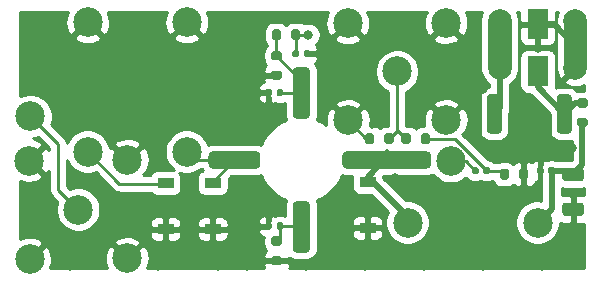
<source format=gbr>
%TF.GenerationSoftware,KiCad,Pcbnew,(5.1.9-13-g2d491f9cbd)-1*%
%TF.CreationDate,2021-02-20T15:51:51+01:00*%
%TF.ProjectId,Ant_Amp,416e745f-416d-4702-9e6b-696361645f70,rev?*%
%TF.SameCoordinates,Original*%
%TF.FileFunction,Copper,L1,Top*%
%TF.FilePolarity,Positive*%
%FSLAX46Y46*%
G04 Gerber Fmt 4.6, Leading zero omitted, Abs format (unit mm)*
G04 Created by KiCad (PCBNEW (5.1.9-13-g2d491f9cbd)-1) date 2021-02-20 15:51:51*
%MOMM*%
%LPD*%
G01*
G04 APERTURE LIST*
%TA.AperFunction,EtchedComponent*%
%ADD10C,0.100000*%
%TD*%
%TA.AperFunction,SMDPad,CuDef*%
%ADD11R,1.400000X0.900000*%
%TD*%
%TA.AperFunction,ComponentPad*%
%ADD12C,2.500000*%
%TD*%
%TA.AperFunction,SMDPad,CuDef*%
%ADD13C,2.000000*%
%TD*%
%TA.AperFunction,SMDPad,CuDef*%
%ADD14R,1.800000X2.500000*%
%TD*%
%TA.AperFunction,ViaPad*%
%ADD15C,0.800000*%
%TD*%
%TA.AperFunction,Conductor*%
%ADD16C,0.500000*%
%TD*%
%TA.AperFunction,Conductor*%
%ADD17C,0.250000*%
%TD*%
%TA.AperFunction,Conductor*%
%ADD18C,0.254000*%
%TD*%
%TA.AperFunction,Conductor*%
%ADD19C,0.100000*%
%TD*%
G04 APERTURE END LIST*
D10*
%TO.C,H2*%
G36*
X140564020Y-106821820D02*
G01*
X140564020Y-102821820D01*
X142564020Y-102821820D01*
X142564020Y-106821820D01*
X140564020Y-106821820D01*
G37*
%TO.C,H1*%
G36*
X134164020Y-106821820D02*
G01*
X134164020Y-102821820D01*
X136164020Y-102821820D01*
X136164020Y-106821820D01*
X134164020Y-106821820D01*
G37*
%TD*%
D11*
%TO.P,CT3,2*%
%TO.N,GND*%
X123964020Y-120371820D03*
%TO.P,CT3,1*%
%TO.N,Net-(CT3-Pad1)*%
X123964020Y-116471820D03*
%TD*%
%TO.P,CT2,2*%
%TO.N,GND*%
X110864020Y-120471820D03*
%TO.P,CT2,1*%
%TO.N,Net-(CT2-Pad1)*%
X110864020Y-116571820D03*
%TD*%
%TO.P,CT1,2*%
%TO.N,GND*%
X106864020Y-120471820D03*
%TO.P,CT1,1*%
%TO.N,Net-(CT1-Pad1)*%
X106864020Y-116571820D03*
%TD*%
%TO.P,R7,2*%
%TO.N,Net-(D1-Pad1)*%
%TA.AperFunction,SMDPad,CuDef*%
G36*
G01*
X140014020Y-112146820D02*
X140014020Y-109296820D01*
G75*
G02*
X140264020Y-109046820I250000J0D01*
G01*
X140989020Y-109046820D01*
G75*
G02*
X141239020Y-109296820I0J-250000D01*
G01*
X141239020Y-112146820D01*
G75*
G02*
X140989020Y-112396820I-250000J0D01*
G01*
X140264020Y-112396820D01*
G75*
G02*
X140014020Y-112146820I0J250000D01*
G01*
G37*
%TD.AperFunction*%
%TO.P,R7,1*%
%TO.N,+12V*%
%TA.AperFunction,SMDPad,CuDef*%
G36*
G01*
X134089020Y-112146820D02*
X134089020Y-109296820D01*
G75*
G02*
X134339020Y-109046820I250000J0D01*
G01*
X135064020Y-109046820D01*
G75*
G02*
X135314020Y-109296820I0J-250000D01*
G01*
X135314020Y-112146820D01*
G75*
G02*
X135064020Y-112396820I-250000J0D01*
G01*
X134339020Y-112396820D01*
G75*
G02*
X134089020Y-112146820I0J250000D01*
G01*
G37*
%TD.AperFunction*%
%TD*%
%TO.P,C6,2*%
%TO.N,GND*%
%TA.AperFunction,SMDPad,CuDef*%
G36*
G01*
X118564020Y-105791820D02*
X118564020Y-105451820D01*
G75*
G02*
X118704020Y-105311820I140000J0D01*
G01*
X118984020Y-105311820D01*
G75*
G02*
X119124020Y-105451820I0J-140000D01*
G01*
X119124020Y-105791820D01*
G75*
G02*
X118984020Y-105931820I-140000J0D01*
G01*
X118704020Y-105931820D01*
G75*
G02*
X118564020Y-105791820I0J140000D01*
G01*
G37*
%TD.AperFunction*%
%TO.P,C6,1*%
%TO.N,Net-(C4-Pad2)*%
%TA.AperFunction,SMDPad,CuDef*%
G36*
G01*
X117604020Y-105791820D02*
X117604020Y-105451820D01*
G75*
G02*
X117744020Y-105311820I140000J0D01*
G01*
X118024020Y-105311820D01*
G75*
G02*
X118164020Y-105451820I0J-140000D01*
G01*
X118164020Y-105791820D01*
G75*
G02*
X118024020Y-105931820I-140000J0D01*
G01*
X117744020Y-105931820D01*
G75*
G02*
X117604020Y-105791820I0J140000D01*
G01*
G37*
%TD.AperFunction*%
%TD*%
%TO.P,C4,2*%
%TO.N,Net-(C4-Pad2)*%
%TA.AperFunction,SMDPad,CuDef*%
G36*
G01*
X139264020Y-115691820D02*
X139264020Y-115351820D01*
G75*
G02*
X139404020Y-115211820I140000J0D01*
G01*
X139684020Y-115211820D01*
G75*
G02*
X139824020Y-115351820I0J-140000D01*
G01*
X139824020Y-115691820D01*
G75*
G02*
X139684020Y-115831820I-140000J0D01*
G01*
X139404020Y-115831820D01*
G75*
G02*
X139264020Y-115691820I0J140000D01*
G01*
G37*
%TD.AperFunction*%
%TO.P,C4,1*%
%TO.N,GND*%
%TA.AperFunction,SMDPad,CuDef*%
G36*
G01*
X138304020Y-115691820D02*
X138304020Y-115351820D01*
G75*
G02*
X138444020Y-115211820I140000J0D01*
G01*
X138724020Y-115211820D01*
G75*
G02*
X138864020Y-115351820I0J-140000D01*
G01*
X138864020Y-115691820D01*
G75*
G02*
X138724020Y-115831820I-140000J0D01*
G01*
X138444020Y-115831820D01*
G75*
G02*
X138304020Y-115691820I0J140000D01*
G01*
G37*
%TD.AperFunction*%
%TD*%
%TO.P,C3,2*%
%TO.N,Net-(C3-Pad2)*%
%TA.AperFunction,SMDPad,CuDef*%
G36*
G01*
X133364020Y-115351820D02*
X133364020Y-115691820D01*
G75*
G02*
X133224020Y-115831820I-140000J0D01*
G01*
X132944020Y-115831820D01*
G75*
G02*
X132804020Y-115691820I0J140000D01*
G01*
X132804020Y-115351820D01*
G75*
G02*
X132944020Y-115211820I140000J0D01*
G01*
X133224020Y-115211820D01*
G75*
G02*
X133364020Y-115351820I0J-140000D01*
G01*
G37*
%TD.AperFunction*%
%TO.P,C3,1*%
%TO.N,Net-(C3-Pad1)*%
%TA.AperFunction,SMDPad,CuDef*%
G36*
G01*
X134324020Y-115351820D02*
X134324020Y-115691820D01*
G75*
G02*
X134184020Y-115831820I-140000J0D01*
G01*
X133904020Y-115831820D01*
G75*
G02*
X133764020Y-115691820I0J140000D01*
G01*
X133764020Y-115351820D01*
G75*
G02*
X133904020Y-115211820I140000J0D01*
G01*
X134184020Y-115211820D01*
G75*
G02*
X134324020Y-115351820I0J-140000D01*
G01*
G37*
%TD.AperFunction*%
%TD*%
%TO.P,C2,2*%
%TO.N,GND*%
%TA.AperFunction,SMDPad,CuDef*%
G36*
G01*
X115864020Y-120051820D02*
X115864020Y-120391820D01*
G75*
G02*
X115724020Y-120531820I-140000J0D01*
G01*
X115444020Y-120531820D01*
G75*
G02*
X115304020Y-120391820I0J140000D01*
G01*
X115304020Y-120051820D01*
G75*
G02*
X115444020Y-119911820I140000J0D01*
G01*
X115724020Y-119911820D01*
G75*
G02*
X115864020Y-120051820I0J-140000D01*
G01*
G37*
%TD.AperFunction*%
%TO.P,C2,1*%
%TO.N,Net-(C2-Pad1)*%
%TA.AperFunction,SMDPad,CuDef*%
G36*
G01*
X116824020Y-120051820D02*
X116824020Y-120391820D01*
G75*
G02*
X116684020Y-120531820I-140000J0D01*
G01*
X116404020Y-120531820D01*
G75*
G02*
X116264020Y-120391820I0J140000D01*
G01*
X116264020Y-120051820D01*
G75*
G02*
X116404020Y-119911820I140000J0D01*
G01*
X116684020Y-119911820D01*
G75*
G02*
X116824020Y-120051820I0J-140000D01*
G01*
G37*
%TD.AperFunction*%
%TD*%
%TO.P,C1,2*%
%TO.N,GND*%
%TA.AperFunction,SMDPad,CuDef*%
G36*
G01*
X115864020Y-108751820D02*
X115864020Y-109091820D01*
G75*
G02*
X115724020Y-109231820I-140000J0D01*
G01*
X115444020Y-109231820D01*
G75*
G02*
X115304020Y-109091820I0J140000D01*
G01*
X115304020Y-108751820D01*
G75*
G02*
X115444020Y-108611820I140000J0D01*
G01*
X115724020Y-108611820D01*
G75*
G02*
X115864020Y-108751820I0J-140000D01*
G01*
G37*
%TD.AperFunction*%
%TO.P,C1,1*%
%TO.N,Net-(C1-Pad1)*%
%TA.AperFunction,SMDPad,CuDef*%
G36*
G01*
X116824020Y-108751820D02*
X116824020Y-109091820D01*
G75*
G02*
X116684020Y-109231820I-140000J0D01*
G01*
X116404020Y-109231820D01*
G75*
G02*
X116264020Y-109091820I0J140000D01*
G01*
X116264020Y-108751820D01*
G75*
G02*
X116404020Y-108611820I140000J0D01*
G01*
X116684020Y-108611820D01*
G75*
G02*
X116824020Y-108751820I0J-140000D01*
G01*
G37*
%TD.AperFunction*%
%TD*%
D12*
%TO.P,L1,3*%
%TO.N,Net-(AE1-Pad1)*%
X95414020Y-110921820D03*
%TO.P,L1,1*%
%TO.N,Net-(CT1-Pad1)*%
X100264020Y-113921820D03*
%TO.P,L1,2*%
%TO.N,GND*%
X100264020Y-102921820D03*
%TD*%
D13*
%TO.P,H2,2*%
%TO.N,N/C*%
X141564020Y-102821820D03*
%TO.P,H2,1*%
%TO.N,GND*%
X141564020Y-106821820D03*
%TD*%
%TO.P,H1,2*%
%TO.N,N/C*%
X135164020Y-102821820D03*
%TO.P,H1,1*%
%TO.N,+12V*%
X135164020Y-106821820D03*
%TD*%
%TO.P,FB1,2*%
%TO.N,Net-(C4-Pad2)*%
%TA.AperFunction,SMDPad,CuDef*%
G36*
G01*
X141889020Y-111046820D02*
X142439020Y-111046820D01*
G75*
G02*
X142639020Y-111246820I0J-200000D01*
G01*
X142639020Y-111646820D01*
G75*
G02*
X142439020Y-111846820I-200000J0D01*
G01*
X141889020Y-111846820D01*
G75*
G02*
X141689020Y-111646820I0J200000D01*
G01*
X141689020Y-111246820D01*
G75*
G02*
X141889020Y-111046820I200000J0D01*
G01*
G37*
%TD.AperFunction*%
%TO.P,FB1,1*%
%TO.N,Net-(D1-Pad1)*%
%TA.AperFunction,SMDPad,CuDef*%
G36*
G01*
X141889020Y-109396820D02*
X142439020Y-109396820D01*
G75*
G02*
X142639020Y-109596820I0J-200000D01*
G01*
X142639020Y-109996820D01*
G75*
G02*
X142439020Y-110196820I-200000J0D01*
G01*
X141889020Y-110196820D01*
G75*
G02*
X141689020Y-109996820I0J200000D01*
G01*
X141689020Y-109596820D01*
G75*
G02*
X141889020Y-109396820I200000J0D01*
G01*
G37*
%TD.AperFunction*%
%TD*%
D12*
%TO.P,J1,2*%
%TO.N,GND*%
X130629620Y-111274720D03*
X130616920Y-102994320D03*
X122285720Y-103007020D03*
X122323820Y-111274720D03*
%TO.P,J1,1*%
%TO.N,Net-(J1-Pad1)*%
X126464020Y-107121820D03*
%TD*%
D14*
%TO.P,D1,2*%
%TO.N,GND*%
X138364020Y-103121820D03*
%TO.P,D1,1*%
%TO.N,Net-(D1-Pad1)*%
X138364020Y-107121820D03*
%TD*%
%TO.P,C5,2*%
%TO.N,GND*%
%TA.AperFunction,SMDPad,CuDef*%
G36*
G01*
X140714019Y-118221820D02*
X142014021Y-118221820D01*
G75*
G02*
X142264020Y-118471819I0J-249999D01*
G01*
X142264020Y-119121821D01*
G75*
G02*
X142014021Y-119371820I-249999J0D01*
G01*
X140714019Y-119371820D01*
G75*
G02*
X140464020Y-119121821I0J249999D01*
G01*
X140464020Y-118471819D01*
G75*
G02*
X140714019Y-118221820I249999J0D01*
G01*
G37*
%TD.AperFunction*%
%TO.P,C5,1*%
%TO.N,Net-(C4-Pad2)*%
%TA.AperFunction,SMDPad,CuDef*%
G36*
G01*
X140714019Y-115271820D02*
X142014021Y-115271820D01*
G75*
G02*
X142264020Y-115521819I0J-249999D01*
G01*
X142264020Y-116171821D01*
G75*
G02*
X142014021Y-116421820I-249999J0D01*
G01*
X140714019Y-116421820D01*
G75*
G02*
X140464020Y-116171821I0J249999D01*
G01*
X140464020Y-115521819D01*
G75*
G02*
X140714019Y-115271820I249999J0D01*
G01*
G37*
%TD.AperFunction*%
%TD*%
D12*
%TO.P,AE1,2*%
%TO.N,GND*%
X103616920Y-114656220D03*
X95336520Y-114668920D03*
X95349220Y-123000120D03*
X103616920Y-122962020D03*
%TO.P,AE1,1*%
%TO.N,Net-(AE1-Pad1)*%
X99464020Y-118821820D03*
%TD*%
%TO.P,R6,2*%
%TO.N,GND*%
%TA.AperFunction,SMDPad,CuDef*%
G36*
G01*
X124539020Y-112546820D02*
X124539020Y-113096820D01*
G75*
G02*
X124339020Y-113296820I-200000J0D01*
G01*
X123939020Y-113296820D01*
G75*
G02*
X123739020Y-113096820I0J200000D01*
G01*
X123739020Y-112546820D01*
G75*
G02*
X123939020Y-112346820I200000J0D01*
G01*
X124339020Y-112346820D01*
G75*
G02*
X124539020Y-112546820I0J-200000D01*
G01*
G37*
%TD.AperFunction*%
%TO.P,R6,1*%
%TO.N,Net-(J1-Pad1)*%
%TA.AperFunction,SMDPad,CuDef*%
G36*
G01*
X126189020Y-112546820D02*
X126189020Y-113096820D01*
G75*
G02*
X125989020Y-113296820I-200000J0D01*
G01*
X125589020Y-113296820D01*
G75*
G02*
X125389020Y-113096820I0J200000D01*
G01*
X125389020Y-112546820D01*
G75*
G02*
X125589020Y-112346820I200000J0D01*
G01*
X125989020Y-112346820D01*
G75*
G02*
X126189020Y-112546820I0J-200000D01*
G01*
G37*
%TD.AperFunction*%
%TD*%
%TO.P,R5,2*%
%TO.N,Net-(C3-Pad1)*%
%TA.AperFunction,SMDPad,CuDef*%
G36*
G01*
X128489020Y-113096820D02*
X128489020Y-112546820D01*
G75*
G02*
X128689020Y-112346820I200000J0D01*
G01*
X129089020Y-112346820D01*
G75*
G02*
X129289020Y-112546820I0J-200000D01*
G01*
X129289020Y-113096820D01*
G75*
G02*
X129089020Y-113296820I-200000J0D01*
G01*
X128689020Y-113296820D01*
G75*
G02*
X128489020Y-113096820I0J200000D01*
G01*
G37*
%TD.AperFunction*%
%TO.P,R5,1*%
%TO.N,Net-(J1-Pad1)*%
%TA.AperFunction,SMDPad,CuDef*%
G36*
G01*
X126839020Y-113096820D02*
X126839020Y-112546820D01*
G75*
G02*
X127039020Y-112346820I200000J0D01*
G01*
X127439020Y-112346820D01*
G75*
G02*
X127639020Y-112546820I0J-200000D01*
G01*
X127639020Y-113096820D01*
G75*
G02*
X127439020Y-113296820I-200000J0D01*
G01*
X127039020Y-113296820D01*
G75*
G02*
X126839020Y-113096820I0J200000D01*
G01*
G37*
%TD.AperFunction*%
%TD*%
%TO.P,R4,2*%
%TO.N,GND*%
%TA.AperFunction,SMDPad,CuDef*%
G36*
G01*
X136789020Y-116096820D02*
X136789020Y-115546820D01*
G75*
G02*
X136989020Y-115346820I200000J0D01*
G01*
X137389020Y-115346820D01*
G75*
G02*
X137589020Y-115546820I0J-200000D01*
G01*
X137589020Y-116096820D01*
G75*
G02*
X137389020Y-116296820I-200000J0D01*
G01*
X136989020Y-116296820D01*
G75*
G02*
X136789020Y-116096820I0J200000D01*
G01*
G37*
%TD.AperFunction*%
%TO.P,R4,1*%
%TO.N,Net-(C3-Pad1)*%
%TA.AperFunction,SMDPad,CuDef*%
G36*
G01*
X135139020Y-116096820D02*
X135139020Y-115546820D01*
G75*
G02*
X135339020Y-115346820I200000J0D01*
G01*
X135739020Y-115346820D01*
G75*
G02*
X135939020Y-115546820I0J-200000D01*
G01*
X135939020Y-116096820D01*
G75*
G02*
X135739020Y-116296820I-200000J0D01*
G01*
X135339020Y-116296820D01*
G75*
G02*
X135139020Y-116096820I0J200000D01*
G01*
G37*
%TD.AperFunction*%
%TD*%
%TO.P,R3,2*%
%TO.N,GND*%
%TA.AperFunction,SMDPad,CuDef*%
G36*
G01*
X115989020Y-122746820D02*
X116539020Y-122746820D01*
G75*
G02*
X116739020Y-122946820I0J-200000D01*
G01*
X116739020Y-123346820D01*
G75*
G02*
X116539020Y-123546820I-200000J0D01*
G01*
X115989020Y-123546820D01*
G75*
G02*
X115789020Y-123346820I0J200000D01*
G01*
X115789020Y-122946820D01*
G75*
G02*
X115989020Y-122746820I200000J0D01*
G01*
G37*
%TD.AperFunction*%
%TO.P,R3,1*%
%TO.N,Net-(C2-Pad1)*%
%TA.AperFunction,SMDPad,CuDef*%
G36*
G01*
X115989020Y-121096820D02*
X116539020Y-121096820D01*
G75*
G02*
X116739020Y-121296820I0J-200000D01*
G01*
X116739020Y-121696820D01*
G75*
G02*
X116539020Y-121896820I-200000J0D01*
G01*
X115989020Y-121896820D01*
G75*
G02*
X115789020Y-121696820I0J200000D01*
G01*
X115789020Y-121296820D01*
G75*
G02*
X115989020Y-121096820I200000J0D01*
G01*
G37*
%TD.AperFunction*%
%TD*%
%TO.P,R2,2*%
%TO.N,GND*%
%TA.AperFunction,SMDPad,CuDef*%
G36*
G01*
X115989020Y-107046820D02*
X116539020Y-107046820D01*
G75*
G02*
X116739020Y-107246820I0J-200000D01*
G01*
X116739020Y-107646820D01*
G75*
G02*
X116539020Y-107846820I-200000J0D01*
G01*
X115989020Y-107846820D01*
G75*
G02*
X115789020Y-107646820I0J200000D01*
G01*
X115789020Y-107246820D01*
G75*
G02*
X115989020Y-107046820I200000J0D01*
G01*
G37*
%TD.AperFunction*%
%TO.P,R2,1*%
%TO.N,Net-(C1-Pad1)*%
%TA.AperFunction,SMDPad,CuDef*%
G36*
G01*
X115989020Y-105396820D02*
X116539020Y-105396820D01*
G75*
G02*
X116739020Y-105596820I0J-200000D01*
G01*
X116739020Y-105996820D01*
G75*
G02*
X116539020Y-106196820I-200000J0D01*
G01*
X115989020Y-106196820D01*
G75*
G02*
X115789020Y-105996820I0J200000D01*
G01*
X115789020Y-105596820D01*
G75*
G02*
X115989020Y-105396820I200000J0D01*
G01*
G37*
%TD.AperFunction*%
%TD*%
%TO.P,R1,2*%
%TO.N,Net-(C4-Pad2)*%
%TA.AperFunction,SMDPad,CuDef*%
G36*
G01*
X117489020Y-104296820D02*
X117489020Y-103746820D01*
G75*
G02*
X117689020Y-103546820I200000J0D01*
G01*
X118089020Y-103546820D01*
G75*
G02*
X118289020Y-103746820I0J-200000D01*
G01*
X118289020Y-104296820D01*
G75*
G02*
X118089020Y-104496820I-200000J0D01*
G01*
X117689020Y-104496820D01*
G75*
G02*
X117489020Y-104296820I0J200000D01*
G01*
G37*
%TD.AperFunction*%
%TO.P,R1,1*%
%TO.N,Net-(C1-Pad1)*%
%TA.AperFunction,SMDPad,CuDef*%
G36*
G01*
X115839020Y-104296820D02*
X115839020Y-103746820D01*
G75*
G02*
X116039020Y-103546820I200000J0D01*
G01*
X116439020Y-103546820D01*
G75*
G02*
X116639020Y-103746820I0J-200000D01*
G01*
X116639020Y-104296820D01*
G75*
G02*
X116439020Y-104496820I-200000J0D01*
G01*
X116039020Y-104496820D01*
G75*
G02*
X115839020Y-104296820I0J200000D01*
G01*
G37*
%TD.AperFunction*%
%TD*%
%TO.P,Q1,2*%
%TO.N,Net-(CT3-Pad1)*%
%TA.AperFunction,SMDPad,CuDef*%
G36*
G01*
X129340320Y-114246820D02*
X129340320Y-114996820D01*
G75*
G02*
X128965320Y-115371820I-375000J0D01*
G01*
X122215320Y-115371820D01*
G75*
G02*
X121840320Y-114996820I0J375000D01*
G01*
X121840320Y-114246820D01*
G75*
G02*
X122215320Y-113871820I375000J0D01*
G01*
X128965320Y-113871820D01*
G75*
G02*
X129340320Y-114246820I0J-375000D01*
G01*
G37*
%TD.AperFunction*%
%TO.P,Q1,1*%
%TO.N,Net-(C2-Pad1)*%
%TA.AperFunction,SMDPad,CuDef*%
G36*
G01*
X118739020Y-122486020D02*
X117989020Y-122486020D01*
G75*
G02*
X117614020Y-122111020I0J375000D01*
G01*
X117614020Y-118461020D01*
G75*
G02*
X117989020Y-118086020I375000J0D01*
G01*
X118739020Y-118086020D01*
G75*
G02*
X119114020Y-118461020I0J-375000D01*
G01*
X119114020Y-122111020D01*
G75*
G02*
X118739020Y-122486020I-375000J0D01*
G01*
G37*
%TD.AperFunction*%
%TO.P,Q1,4*%
%TO.N,Net-(CT2-Pad1)*%
%TA.AperFunction,SMDPad,CuDef*%
G36*
G01*
X114899820Y-114246820D02*
X114899820Y-114996820D01*
G75*
G02*
X114524820Y-115371820I-375000J0D01*
G01*
X110874820Y-115371820D01*
G75*
G02*
X110499820Y-114996820I0J375000D01*
G01*
X110499820Y-114246820D01*
G75*
G02*
X110874820Y-113871820I375000J0D01*
G01*
X114524820Y-113871820D01*
G75*
G02*
X114899820Y-114246820I0J-375000D01*
G01*
G37*
%TD.AperFunction*%
%TO.P,Q1,3*%
%TO.N,Net-(C1-Pad1)*%
%TA.AperFunction,SMDPad,CuDef*%
G36*
G01*
X118739020Y-111144920D02*
X117989020Y-111144920D01*
G75*
G02*
X117614020Y-110769920I0J375000D01*
G01*
X117614020Y-107119920D01*
G75*
G02*
X117989020Y-106744920I375000J0D01*
G01*
X118739020Y-106744920D01*
G75*
G02*
X119114020Y-107119920I0J-375000D01*
G01*
X119114020Y-110769920D01*
G75*
G02*
X118739020Y-111144920I-375000J0D01*
G01*
G37*
%TD.AperFunction*%
%TD*%
%TO.P,L2,1*%
%TO.N,GND*%
X108664020Y-102921820D03*
%TO.P,L2,2*%
%TO.N,Net-(CT2-Pad1)*%
X108664020Y-113921820D03*
%TD*%
%TO.P,L3,1*%
%TO.N,Net-(CT3-Pad1)*%
X127364020Y-119921820D03*
%TO.P,L3,2*%
%TO.N,Net-(C4-Pad2)*%
X138364020Y-119921820D03*
%TO.P,L3,3*%
%TO.N,Net-(C3-Pad2)*%
X131014020Y-114721820D03*
%TD*%
D15*
%TO.N,GND*%
X101264020Y-108621820D03*
X106264020Y-108621820D03*
X96264020Y-103621820D03*
X103764020Y-103621820D03*
X96264020Y-108621820D03*
X111264020Y-108621820D03*
X111264020Y-118621820D03*
X111264020Y-123621820D03*
X106264020Y-123621820D03*
X106264020Y-118621820D03*
X103764020Y-118621820D03*
X96264020Y-118621820D03*
X98764020Y-123621820D03*
X108764020Y-106121820D03*
X108764020Y-111121820D03*
X98764020Y-106121820D03*
X98764020Y-111121820D03*
X113764020Y-111121820D03*
X113764020Y-106121820D03*
X113764020Y-118621820D03*
X113764020Y-123621820D03*
X118764020Y-123621820D03*
X123764020Y-123621820D03*
X128764020Y-123621820D03*
X133764020Y-123621820D03*
X138764020Y-123621820D03*
X141264020Y-121121820D03*
X136264020Y-121121820D03*
X131264020Y-121121820D03*
X121264020Y-121121820D03*
X133764020Y-118621820D03*
X126264020Y-116121820D03*
X121264020Y-108621820D03*
X123764020Y-106121820D03*
X126264020Y-103621820D03*
X128764020Y-106121820D03*
X131264020Y-108621820D03*
X133764020Y-108621820D03*
X133764020Y-113621820D03*
X138764020Y-113621820D03*
X141264020Y-113621820D03*
X137664020Y-110721820D03*
X138364020Y-105121820D03*
X121264020Y-118621820D03*
X123764020Y-118621820D03*
X128064020Y-111121820D03*
X129864020Y-117621820D03*
X103764020Y-111121820D03*
%TO.N,Net-(C4-Pad2)*%
X118964020Y-104021820D03*
%TD*%
D16*
%TO.N,GND*%
X141564020Y-104967822D02*
X141564020Y-106821820D01*
X139718018Y-103121820D02*
X141564020Y-104967822D01*
X138364020Y-103121820D02*
X139718018Y-103121820D01*
D17*
X123870920Y-112821820D02*
X122323820Y-111274720D01*
X124139020Y-112821820D02*
X123870920Y-112821820D01*
%TO.N,Net-(C1-Pad1)*%
X118340920Y-108921820D02*
X118364020Y-108944920D01*
X116544020Y-108921820D02*
X118340920Y-108921820D01*
X118364020Y-107896820D02*
X118364020Y-108944920D01*
X116264020Y-105796820D02*
X118364020Y-107896820D01*
X116239020Y-105771820D02*
X116264020Y-105796820D01*
X116239020Y-104021820D02*
X116239020Y-105771820D01*
D16*
%TO.N,Net-(C2-Pad1)*%
X116564020Y-120241820D02*
X116544020Y-120221820D01*
D17*
X116544020Y-121216820D02*
X116264020Y-121496820D01*
X116544020Y-120221820D02*
X116544020Y-121216820D01*
X118299820Y-120221820D02*
X118364020Y-120286020D01*
X116544020Y-120221820D02*
X118299820Y-120221820D01*
D16*
%TO.N,Net-(C4-Pad2)*%
X141039020Y-115521820D02*
X141364020Y-115846820D01*
X139544020Y-115521820D02*
X141039020Y-115521820D01*
X142164020Y-115046820D02*
X141364020Y-115846820D01*
X142164020Y-111446820D02*
X142164020Y-115046820D01*
X139544020Y-118741820D02*
X138364020Y-119921820D01*
X139544020Y-115521820D02*
X139544020Y-118741820D01*
D17*
X117889020Y-104021820D02*
X118964020Y-104021820D01*
X117889020Y-105616820D02*
X117884020Y-105621820D01*
X117889020Y-104021820D02*
X117889020Y-105616820D01*
D16*
%TO.N,Net-(CT3-Pad1)*%
X125590320Y-114395520D02*
X123964020Y-116021820D01*
X125590320Y-113921820D02*
X125590320Y-114395520D01*
X127364020Y-119421820D02*
X123964020Y-116021820D01*
D17*
%TO.N,Net-(CT2-Pad1)*%
X109364020Y-114621820D02*
X108664020Y-113921820D01*
X112699820Y-114621820D02*
X109364020Y-114621820D01*
X110864020Y-116457620D02*
X112699820Y-114621820D01*
X110864020Y-116621820D02*
X110864020Y-116457620D01*
%TO.N,Net-(C3-Pad2)*%
X133084020Y-115521820D02*
X133064020Y-115521820D01*
X132264020Y-114721820D02*
X131014020Y-114721820D01*
X133064020Y-115521820D02*
X132264020Y-114721820D01*
%TO.N,Net-(CT1-Pad1)*%
X102964020Y-116621820D02*
X100264020Y-113921820D01*
X106864020Y-116621820D02*
X102964020Y-116621820D01*
%TO.N,Net-(AE1-Pad1)*%
X95414020Y-110921820D02*
X97764020Y-113271820D01*
X97764020Y-113271820D02*
X97764020Y-117121820D01*
X97764020Y-117121820D02*
X99464020Y-118821820D01*
%TO.N,Net-(C3-Pad1)*%
X131379547Y-112849721D02*
X134044020Y-115514194D01*
X128916921Y-112849721D02*
X131379547Y-112849721D01*
X134044020Y-115514194D02*
X134044020Y-115521820D01*
X128889020Y-112821820D02*
X128916921Y-112849721D01*
X135239020Y-115521820D02*
X135539020Y-115821820D01*
X134044020Y-115521820D02*
X135239020Y-115521820D01*
%TO.N,Net-(J1-Pad1)*%
X126464020Y-112146820D02*
X125789020Y-112821820D01*
X126464020Y-107121820D02*
X126464020Y-112146820D01*
X126564020Y-112146820D02*
X127239020Y-112821820D01*
X126464020Y-112146820D02*
X126564020Y-112146820D01*
D16*
%TO.N,+12V*%
X135164020Y-110259320D02*
X134701520Y-110721820D01*
X135164020Y-106821820D02*
X135164020Y-110259320D01*
%TO.N,Net-(D1-Pad1)*%
X138364020Y-108459320D02*
X140626520Y-110721820D01*
X138364020Y-107121820D02*
X138364020Y-108459320D01*
X141551520Y-109796820D02*
X140626520Y-110721820D01*
X142164020Y-109796820D02*
X141551520Y-109796820D01*
%TD*%
D18*
%TO.N,GND*%
X139991852Y-102344908D02*
X139929020Y-102660787D01*
X139929020Y-106772708D01*
X139922302Y-106884415D01*
X139966059Y-107203495D01*
X140071225Y-107507908D01*
X140164206Y-107681864D01*
X140428607Y-107777628D01*
X140749415Y-107456820D01*
X141108625Y-107456820D01*
X140608212Y-107957233D01*
X140703976Y-108221634D01*
X140993591Y-108362524D01*
X141305128Y-108444204D01*
X141626615Y-108463538D01*
X141945695Y-108419781D01*
X142250108Y-108314615D01*
X142298673Y-108288657D01*
X142298828Y-108758748D01*
X141889020Y-108758748D01*
X141725520Y-108774851D01*
X141708264Y-108780086D01*
X141616982Y-108668858D01*
X141482406Y-108558415D01*
X141328870Y-108476348D01*
X141162274Y-108425812D01*
X140989020Y-108408748D01*
X140264020Y-108408748D01*
X140090766Y-108425812D01*
X139924170Y-108476348D01*
X139889998Y-108494613D01*
X139902092Y-108371820D01*
X139902092Y-105871820D01*
X139889832Y-105747338D01*
X139853522Y-105627640D01*
X139794557Y-105517326D01*
X139715205Y-105420635D01*
X139618514Y-105341283D01*
X139508200Y-105282318D01*
X139388502Y-105246008D01*
X139264020Y-105233748D01*
X137464020Y-105233748D01*
X137339538Y-105246008D01*
X137219840Y-105282318D01*
X137109526Y-105341283D01*
X137012835Y-105420635D01*
X136933483Y-105517326D01*
X136874518Y-105627640D01*
X136838208Y-105747338D01*
X136825948Y-105871820D01*
X136825948Y-108371820D01*
X136838208Y-108496302D01*
X136874518Y-108616000D01*
X136933483Y-108726314D01*
X137012835Y-108823005D01*
X137109526Y-108902357D01*
X137219840Y-108961322D01*
X137339538Y-108997632D01*
X137464020Y-109009892D01*
X137670989Y-109009892D01*
X137707488Y-109054366D01*
X137707491Y-109054369D01*
X137735204Y-109088137D01*
X137768971Y-109115849D01*
X139375948Y-110722827D01*
X139375948Y-112146820D01*
X139393012Y-112320074D01*
X139443548Y-112486670D01*
X139525615Y-112640206D01*
X139636058Y-112774782D01*
X139770634Y-112885225D01*
X139924170Y-112967292D01*
X140090766Y-113017828D01*
X140264020Y-113034892D01*
X140989020Y-113034892D01*
X141162274Y-113017828D01*
X141279020Y-112982414D01*
X141279021Y-114633748D01*
X141051296Y-114633748D01*
X141039020Y-114632539D01*
X141026744Y-114633748D01*
X140714019Y-114633748D01*
X140682828Y-114636820D01*
X139988968Y-114636820D01*
X139981775Y-114632975D01*
X139835814Y-114588698D01*
X139684020Y-114573748D01*
X139404020Y-114573748D01*
X139252226Y-114588698D01*
X139120529Y-114628648D01*
X139110898Y-114623443D01*
X138991368Y-114586585D01*
X138869770Y-114576820D01*
X138711020Y-114735570D01*
X138711020Y-115005712D01*
X138685175Y-115054065D01*
X138640898Y-115200026D01*
X138625948Y-115351820D01*
X138625948Y-115691820D01*
X138640898Y-115843614D01*
X138659020Y-115903354D01*
X138659021Y-118058570D01*
X138549676Y-118036820D01*
X138178364Y-118036820D01*
X137814186Y-118109259D01*
X137471138Y-118251354D01*
X137162402Y-118457645D01*
X136899845Y-118720202D01*
X136693554Y-119028938D01*
X136551459Y-119371986D01*
X136479020Y-119736164D01*
X136479020Y-120107476D01*
X136551459Y-120471654D01*
X136693554Y-120814702D01*
X136899845Y-121123438D01*
X137162402Y-121385995D01*
X137471138Y-121592286D01*
X137814186Y-121734381D01*
X138178364Y-121806820D01*
X138549676Y-121806820D01*
X138913854Y-121734381D01*
X139256902Y-121592286D01*
X139565638Y-121385995D01*
X139828195Y-121123438D01*
X140034486Y-120814702D01*
X140176581Y-120471654D01*
X140249020Y-120107476D01*
X140249020Y-119970174D01*
X140339538Y-119997632D01*
X140464020Y-120009892D01*
X141078270Y-120006820D01*
X141237020Y-119848070D01*
X141237020Y-118923820D01*
X141217020Y-118923820D01*
X141217020Y-118669820D01*
X141237020Y-118669820D01*
X141237020Y-117745570D01*
X141078270Y-117586820D01*
X140464020Y-117583748D01*
X140429020Y-117587195D01*
X140429020Y-117008931D01*
X140540765Y-117042828D01*
X140714019Y-117059892D01*
X142014021Y-117059892D01*
X142187275Y-117042828D01*
X142301563Y-117008159D01*
X142301755Y-117587464D01*
X142264020Y-117583748D01*
X141649770Y-117586820D01*
X141491020Y-117745570D01*
X141491020Y-118669820D01*
X141511020Y-118669820D01*
X141511020Y-118923820D01*
X141491020Y-118923820D01*
X141491020Y-119848070D01*
X141649770Y-120006820D01*
X142264020Y-120009892D01*
X142302557Y-120006097D01*
X142303801Y-123761889D01*
X117336569Y-123764473D01*
X117364832Y-123671302D01*
X117377092Y-123546820D01*
X117374020Y-123432570D01*
X117215270Y-123273820D01*
X116391020Y-123273820D01*
X116391020Y-123293820D01*
X116137020Y-123293820D01*
X116137020Y-123273820D01*
X115312770Y-123273820D01*
X115154020Y-123432570D01*
X115150948Y-123546820D01*
X115163208Y-123671302D01*
X115191539Y-123764695D01*
X105322538Y-123765717D01*
X105386353Y-123637894D01*
X105484210Y-123279708D01*
X105510309Y-122909314D01*
X105463645Y-122540945D01*
X105346014Y-122188758D01*
X105220497Y-121953934D01*
X104930525Y-121828020D01*
X103796525Y-122962020D01*
X103810668Y-122976163D01*
X103631063Y-123155768D01*
X103616920Y-123141625D01*
X103602778Y-123155768D01*
X103423173Y-122976163D01*
X103437315Y-122962020D01*
X102303315Y-121828020D01*
X102013343Y-121953934D01*
X101847487Y-122286146D01*
X101749630Y-122644332D01*
X101723531Y-123014726D01*
X101770195Y-123383095D01*
X101887826Y-123735282D01*
X101904283Y-123766071D01*
X97073433Y-123766571D01*
X97118653Y-123675994D01*
X97216510Y-123317808D01*
X97242609Y-122947414D01*
X97195945Y-122579045D01*
X97078314Y-122226858D01*
X96952797Y-121992034D01*
X96662825Y-121866120D01*
X95528825Y-123000120D01*
X95542968Y-123014263D01*
X95363363Y-123193868D01*
X95349220Y-123179725D01*
X95335078Y-123193868D01*
X95155473Y-123014263D01*
X95169615Y-123000120D01*
X95155473Y-122985978D01*
X95335078Y-122806373D01*
X95349220Y-122820515D01*
X96483220Y-121686515D01*
X96466676Y-121648415D01*
X102482920Y-121648415D01*
X103616920Y-122782415D01*
X104750920Y-121648415D01*
X104625006Y-121358443D01*
X104292794Y-121192587D01*
X103934608Y-121094730D01*
X103564214Y-121068631D01*
X103195845Y-121115295D01*
X102843658Y-121232926D01*
X102608834Y-121358443D01*
X102482920Y-121648415D01*
X96466676Y-121648415D01*
X96357306Y-121396543D01*
X96025094Y-121230687D01*
X95666908Y-121132830D01*
X95296514Y-121106731D01*
X94928145Y-121153395D01*
X94575958Y-121271026D01*
X94545099Y-121287521D01*
X94544978Y-120921820D01*
X105525948Y-120921820D01*
X105538208Y-121046302D01*
X105574518Y-121166000D01*
X105633483Y-121276314D01*
X105712835Y-121373005D01*
X105809526Y-121452357D01*
X105919840Y-121511322D01*
X106039538Y-121547632D01*
X106164020Y-121559892D01*
X106578270Y-121556820D01*
X106737020Y-121398070D01*
X106737020Y-120598820D01*
X106991020Y-120598820D01*
X106991020Y-121398070D01*
X107149770Y-121556820D01*
X107564020Y-121559892D01*
X107688502Y-121547632D01*
X107808200Y-121511322D01*
X107918514Y-121452357D01*
X108015205Y-121373005D01*
X108094557Y-121276314D01*
X108153522Y-121166000D01*
X108189832Y-121046302D01*
X108202092Y-120921820D01*
X109525948Y-120921820D01*
X109538208Y-121046302D01*
X109574518Y-121166000D01*
X109633483Y-121276314D01*
X109712835Y-121373005D01*
X109809526Y-121452357D01*
X109919840Y-121511322D01*
X110039538Y-121547632D01*
X110164020Y-121559892D01*
X110578270Y-121556820D01*
X110737020Y-121398070D01*
X110737020Y-120598820D01*
X110991020Y-120598820D01*
X110991020Y-121398070D01*
X111149770Y-121556820D01*
X111564020Y-121559892D01*
X111688502Y-121547632D01*
X111808200Y-121511322D01*
X111918514Y-121452357D01*
X112015205Y-121373005D01*
X112094557Y-121276314D01*
X112153522Y-121166000D01*
X112189832Y-121046302D01*
X112202092Y-120921820D01*
X112199020Y-120757570D01*
X112040270Y-120598820D01*
X110991020Y-120598820D01*
X110737020Y-120598820D01*
X109687770Y-120598820D01*
X109529020Y-120757570D01*
X109525948Y-120921820D01*
X108202092Y-120921820D01*
X108199020Y-120757570D01*
X108040270Y-120598820D01*
X106991020Y-120598820D01*
X106737020Y-120598820D01*
X105687770Y-120598820D01*
X105529020Y-120757570D01*
X105525948Y-120921820D01*
X94544978Y-120921820D01*
X94543472Y-116379854D01*
X94660646Y-116438353D01*
X95018832Y-116536210D01*
X95389226Y-116562309D01*
X95757595Y-116515645D01*
X96109782Y-116398014D01*
X96344606Y-116272497D01*
X96470520Y-115982525D01*
X95336520Y-114848525D01*
X95322378Y-114862668D01*
X95142773Y-114683063D01*
X95156915Y-114668920D01*
X95142773Y-114654778D01*
X95322378Y-114475173D01*
X95336520Y-114489315D01*
X96470520Y-113355315D01*
X96344606Y-113065343D01*
X96012394Y-112899487D01*
X95654208Y-112801630D01*
X95633207Y-112800150D01*
X95963854Y-112734381D01*
X96096737Y-112679339D01*
X97004020Y-113586622D01*
X97004020Y-113780425D01*
X96940097Y-113660834D01*
X96650125Y-113534920D01*
X95516125Y-114668920D01*
X96650125Y-115802920D01*
X96940097Y-115677006D01*
X97004021Y-115548966D01*
X97004021Y-117084488D01*
X97000344Y-117121820D01*
X97015018Y-117270805D01*
X97058474Y-117414066D01*
X97129046Y-117546096D01*
X97200221Y-117632822D01*
X97224020Y-117661821D01*
X97253018Y-117685619D01*
X97706501Y-118139102D01*
X97651459Y-118271986D01*
X97579020Y-118636164D01*
X97579020Y-119007476D01*
X97651459Y-119371654D01*
X97793554Y-119714702D01*
X97999845Y-120023438D01*
X98262402Y-120285995D01*
X98571138Y-120492286D01*
X98914186Y-120634381D01*
X99278364Y-120706820D01*
X99649676Y-120706820D01*
X100013854Y-120634381D01*
X100356902Y-120492286D01*
X100665638Y-120285995D01*
X100928195Y-120023438D01*
X100929276Y-120021820D01*
X105525948Y-120021820D01*
X105529020Y-120186070D01*
X105687770Y-120344820D01*
X106737020Y-120344820D01*
X106737020Y-119545570D01*
X106991020Y-119545570D01*
X106991020Y-120344820D01*
X108040270Y-120344820D01*
X108199020Y-120186070D01*
X108202092Y-120021820D01*
X109525948Y-120021820D01*
X109529020Y-120186070D01*
X109687770Y-120344820D01*
X110737020Y-120344820D01*
X110737020Y-119545570D01*
X110991020Y-119545570D01*
X110991020Y-120344820D01*
X112040270Y-120344820D01*
X112199020Y-120186070D01*
X112202092Y-120021820D01*
X112191547Y-119914743D01*
X114665955Y-119914743D01*
X114669020Y-119936070D01*
X114827770Y-120094820D01*
X115457020Y-120094820D01*
X115457020Y-119435570D01*
X115298270Y-119276820D01*
X115176672Y-119286585D01*
X115057142Y-119323443D01*
X114947099Y-119382912D01*
X114850773Y-119462707D01*
X114771864Y-119559761D01*
X114713406Y-119670344D01*
X114677645Y-119790207D01*
X114665955Y-119914743D01*
X112191547Y-119914743D01*
X112189832Y-119897338D01*
X112153522Y-119777640D01*
X112094557Y-119667326D01*
X112015205Y-119570635D01*
X111918514Y-119491283D01*
X111808200Y-119432318D01*
X111688502Y-119396008D01*
X111564020Y-119383748D01*
X111149770Y-119386820D01*
X110991020Y-119545570D01*
X110737020Y-119545570D01*
X110578270Y-119386820D01*
X110164020Y-119383748D01*
X110039538Y-119396008D01*
X109919840Y-119432318D01*
X109809526Y-119491283D01*
X109712835Y-119570635D01*
X109633483Y-119667326D01*
X109574518Y-119777640D01*
X109538208Y-119897338D01*
X109525948Y-120021820D01*
X108202092Y-120021820D01*
X108189832Y-119897338D01*
X108153522Y-119777640D01*
X108094557Y-119667326D01*
X108015205Y-119570635D01*
X107918514Y-119491283D01*
X107808200Y-119432318D01*
X107688502Y-119396008D01*
X107564020Y-119383748D01*
X107149770Y-119386820D01*
X106991020Y-119545570D01*
X106737020Y-119545570D01*
X106578270Y-119386820D01*
X106164020Y-119383748D01*
X106039538Y-119396008D01*
X105919840Y-119432318D01*
X105809526Y-119491283D01*
X105712835Y-119570635D01*
X105633483Y-119667326D01*
X105574518Y-119777640D01*
X105538208Y-119897338D01*
X105525948Y-120021820D01*
X100929276Y-120021820D01*
X101134486Y-119714702D01*
X101276581Y-119371654D01*
X101349020Y-119007476D01*
X101349020Y-118636164D01*
X101276581Y-118271986D01*
X101134486Y-117928938D01*
X100928195Y-117620202D01*
X100665638Y-117357645D01*
X100356902Y-117151354D01*
X100013854Y-117009259D01*
X99649676Y-116936820D01*
X99278364Y-116936820D01*
X98914186Y-117009259D01*
X98781302Y-117064301D01*
X98524020Y-116807019D01*
X98524020Y-114646832D01*
X98593554Y-114814702D01*
X98799845Y-115123438D01*
X99062402Y-115385995D01*
X99371138Y-115592286D01*
X99714186Y-115734381D01*
X100078364Y-115806820D01*
X100449676Y-115806820D01*
X100813854Y-115734381D01*
X100946737Y-115679339D01*
X102400221Y-117132823D01*
X102424019Y-117161821D01*
X102453017Y-117185619D01*
X102539744Y-117256794D01*
X102671773Y-117327366D01*
X102815034Y-117370823D01*
X102964020Y-117385497D01*
X103001353Y-117381820D01*
X105638002Y-117381820D01*
X105712835Y-117473005D01*
X105809526Y-117552357D01*
X105919840Y-117611322D01*
X106039538Y-117647632D01*
X106164020Y-117659892D01*
X107564020Y-117659892D01*
X107688502Y-117647632D01*
X107808200Y-117611322D01*
X107918514Y-117552357D01*
X108015205Y-117473005D01*
X108094557Y-117376314D01*
X108153522Y-117266000D01*
X108189832Y-117146302D01*
X108202092Y-117021820D01*
X108202092Y-116121820D01*
X108189832Y-115997338D01*
X108153522Y-115877640D01*
X108094557Y-115767326D01*
X108043487Y-115705096D01*
X108114186Y-115734381D01*
X108478364Y-115806820D01*
X108849676Y-115806820D01*
X109213854Y-115734381D01*
X109556902Y-115592286D01*
X109865638Y-115385995D01*
X109869813Y-115381820D01*
X109938049Y-115381820D01*
X109938864Y-115384506D01*
X110004193Y-115506730D01*
X109919840Y-115532318D01*
X109809526Y-115591283D01*
X109712835Y-115670635D01*
X109633483Y-115767326D01*
X109574518Y-115877640D01*
X109538208Y-115997338D01*
X109525948Y-116121820D01*
X109525948Y-117021820D01*
X109538208Y-117146302D01*
X109574518Y-117266000D01*
X109633483Y-117376314D01*
X109712835Y-117473005D01*
X109809526Y-117552357D01*
X109919840Y-117611322D01*
X110039538Y-117647632D01*
X110164020Y-117659892D01*
X111564020Y-117659892D01*
X111688502Y-117647632D01*
X111808200Y-117611322D01*
X111918514Y-117552357D01*
X112015205Y-117473005D01*
X112094557Y-117376314D01*
X112153522Y-117266000D01*
X112189832Y-117146302D01*
X112202092Y-117021820D01*
X112202092Y-116194349D01*
X112386550Y-116009892D01*
X114524820Y-116009892D01*
X114722461Y-115990426D01*
X114912506Y-115932776D01*
X114953790Y-115910709D01*
X115134857Y-116347843D01*
X115533635Y-116944657D01*
X116041183Y-117452205D01*
X116637997Y-117850983D01*
X117075131Y-118032050D01*
X117053064Y-118073334D01*
X116995414Y-118263379D01*
X116975948Y-118461020D01*
X116975948Y-119331207D01*
X116835814Y-119288698D01*
X116684020Y-119273748D01*
X116404020Y-119273748D01*
X116252226Y-119288698D01*
X116120529Y-119328648D01*
X116110898Y-119323443D01*
X115991368Y-119286585D01*
X115869770Y-119276820D01*
X115711020Y-119435570D01*
X115711020Y-119705712D01*
X115685175Y-119754065D01*
X115640898Y-119900026D01*
X115625948Y-120051820D01*
X115625948Y-120368820D01*
X115457020Y-120368820D01*
X115457020Y-120348820D01*
X114827770Y-120348820D01*
X114669020Y-120507570D01*
X114665955Y-120528897D01*
X114677645Y-120653433D01*
X114713406Y-120773296D01*
X114771864Y-120883879D01*
X114850773Y-120980933D01*
X114947099Y-121060728D01*
X115057142Y-121120197D01*
X115165066Y-121153476D01*
X115150948Y-121296820D01*
X115150948Y-121696820D01*
X115167051Y-121860320D01*
X115214742Y-122017536D01*
X115292189Y-122162428D01*
X115375883Y-122264410D01*
X115337835Y-122295635D01*
X115258483Y-122392326D01*
X115199518Y-122502640D01*
X115163208Y-122622338D01*
X115150948Y-122746820D01*
X115154020Y-122861070D01*
X115312770Y-123019820D01*
X116137020Y-123019820D01*
X116137020Y-122999820D01*
X116391020Y-122999820D01*
X116391020Y-123019820D01*
X117215270Y-123019820D01*
X117346845Y-122888245D01*
X117426187Y-122953359D01*
X117601334Y-123046976D01*
X117791379Y-123104626D01*
X117989020Y-123124092D01*
X118739020Y-123124092D01*
X118936661Y-123104626D01*
X119126706Y-123046976D01*
X119301853Y-122953359D01*
X119455370Y-122827370D01*
X119581359Y-122673853D01*
X119674976Y-122498706D01*
X119732626Y-122308661D01*
X119752092Y-122111020D01*
X119752092Y-120821820D01*
X122625948Y-120821820D01*
X122638208Y-120946302D01*
X122674518Y-121066000D01*
X122733483Y-121176314D01*
X122812835Y-121273005D01*
X122909526Y-121352357D01*
X123019840Y-121411322D01*
X123139538Y-121447632D01*
X123264020Y-121459892D01*
X123678270Y-121456820D01*
X123837020Y-121298070D01*
X123837020Y-120498820D01*
X124091020Y-120498820D01*
X124091020Y-121298070D01*
X124249770Y-121456820D01*
X124664020Y-121459892D01*
X124788502Y-121447632D01*
X124908200Y-121411322D01*
X125018514Y-121352357D01*
X125115205Y-121273005D01*
X125194557Y-121176314D01*
X125253522Y-121066000D01*
X125289832Y-120946302D01*
X125302092Y-120821820D01*
X125299020Y-120657570D01*
X125140270Y-120498820D01*
X124091020Y-120498820D01*
X123837020Y-120498820D01*
X122787770Y-120498820D01*
X122629020Y-120657570D01*
X122625948Y-120821820D01*
X119752092Y-120821820D01*
X119752092Y-119921820D01*
X122625948Y-119921820D01*
X122629020Y-120086070D01*
X122787770Y-120244820D01*
X123837020Y-120244820D01*
X123837020Y-119445570D01*
X124091020Y-119445570D01*
X124091020Y-120244820D01*
X125140270Y-120244820D01*
X125299020Y-120086070D01*
X125302092Y-119921820D01*
X125289832Y-119797338D01*
X125253522Y-119677640D01*
X125194557Y-119567326D01*
X125115205Y-119470635D01*
X125018514Y-119391283D01*
X124908200Y-119332318D01*
X124788502Y-119296008D01*
X124664020Y-119283748D01*
X124249770Y-119286820D01*
X124091020Y-119445570D01*
X123837020Y-119445570D01*
X123678270Y-119286820D01*
X123264020Y-119283748D01*
X123139538Y-119296008D01*
X123019840Y-119332318D01*
X122909526Y-119391283D01*
X122812835Y-119470635D01*
X122733483Y-119567326D01*
X122674518Y-119677640D01*
X122638208Y-119797338D01*
X122625948Y-119921820D01*
X119752092Y-119921820D01*
X119752092Y-118461020D01*
X119732626Y-118263379D01*
X119674976Y-118073334D01*
X119652909Y-118032050D01*
X120090043Y-117850983D01*
X120686857Y-117452205D01*
X121194405Y-116944657D01*
X121593183Y-116347843D01*
X121776443Y-115905414D01*
X121827634Y-115932776D01*
X122017679Y-115990426D01*
X122215320Y-116009892D01*
X122627123Y-116009892D01*
X122625948Y-116021820D01*
X122625948Y-116921820D01*
X122638208Y-117046302D01*
X122674518Y-117166000D01*
X122733483Y-117276314D01*
X122812835Y-117373005D01*
X122909526Y-117452357D01*
X123019840Y-117511322D01*
X123139538Y-117547632D01*
X123264020Y-117559892D01*
X124250514Y-117559892D01*
X125703970Y-119013349D01*
X125693554Y-119028938D01*
X125551459Y-119371986D01*
X125479020Y-119736164D01*
X125479020Y-120107476D01*
X125551459Y-120471654D01*
X125693554Y-120814702D01*
X125899845Y-121123438D01*
X126162402Y-121385995D01*
X126471138Y-121592286D01*
X126814186Y-121734381D01*
X127178364Y-121806820D01*
X127549676Y-121806820D01*
X127913854Y-121734381D01*
X128256902Y-121592286D01*
X128565638Y-121385995D01*
X128828195Y-121123438D01*
X129034486Y-120814702D01*
X129176581Y-120471654D01*
X129249020Y-120107476D01*
X129249020Y-119736164D01*
X129176581Y-119371986D01*
X129034486Y-119028938D01*
X128828195Y-118720202D01*
X128565638Y-118457645D01*
X128256902Y-118251354D01*
X127913854Y-118109259D01*
X127549676Y-118036820D01*
X127230599Y-118036820D01*
X125302092Y-116108314D01*
X125302092Y-116021820D01*
X125300917Y-116009892D01*
X128965320Y-116009892D01*
X129162961Y-115990426D01*
X129353006Y-115932776D01*
X129502642Y-115852795D01*
X129549845Y-115923438D01*
X129812402Y-116185995D01*
X130121138Y-116392286D01*
X130464186Y-116534381D01*
X130828364Y-116606820D01*
X131199676Y-116606820D01*
X131563854Y-116534381D01*
X131906902Y-116392286D01*
X132215638Y-116185995D01*
X132290271Y-116111362D01*
X132297077Y-116124094D01*
X132393840Y-116242000D01*
X132511746Y-116338763D01*
X132646265Y-116410665D01*
X132792226Y-116454942D01*
X132944020Y-116469892D01*
X133224020Y-116469892D01*
X133375814Y-116454942D01*
X133521775Y-116410665D01*
X133564020Y-116388085D01*
X133606265Y-116410665D01*
X133752226Y-116454942D01*
X133904020Y-116469892D01*
X134184020Y-116469892D01*
X134335814Y-116454942D01*
X134481775Y-116410665D01*
X134551373Y-116373464D01*
X134564742Y-116417536D01*
X134642189Y-116562428D01*
X134746414Y-116689426D01*
X134873412Y-116793651D01*
X135018304Y-116871098D01*
X135175520Y-116918789D01*
X135339020Y-116934892D01*
X135739020Y-116934892D01*
X135902520Y-116918789D01*
X136059736Y-116871098D01*
X136204628Y-116793651D01*
X136306610Y-116709957D01*
X136337835Y-116748005D01*
X136434526Y-116827357D01*
X136544840Y-116886322D01*
X136664538Y-116922632D01*
X136789020Y-116934892D01*
X136903270Y-116931820D01*
X137062020Y-116773070D01*
X137062020Y-115948820D01*
X137042020Y-115948820D01*
X137042020Y-115694820D01*
X137062020Y-115694820D01*
X137062020Y-114870570D01*
X137316020Y-114870570D01*
X137316020Y-115694820D01*
X137336020Y-115694820D01*
X137336020Y-115948820D01*
X137316020Y-115948820D01*
X137316020Y-116773070D01*
X137474770Y-116931820D01*
X137589020Y-116934892D01*
X137713502Y-116922632D01*
X137833200Y-116886322D01*
X137943514Y-116827357D01*
X138040205Y-116748005D01*
X138119557Y-116651314D01*
X138178522Y-116541000D01*
X138203337Y-116459196D01*
X138298270Y-116466820D01*
X138457020Y-116308070D01*
X138457020Y-115648820D01*
X138437020Y-115648820D01*
X138437020Y-115394820D01*
X138457020Y-115394820D01*
X138457020Y-114735570D01*
X138298270Y-114576820D01*
X138176672Y-114586585D01*
X138057142Y-114623443D01*
X137947099Y-114682912D01*
X137850773Y-114762707D01*
X137848504Y-114765498D01*
X137833200Y-114757318D01*
X137713502Y-114721008D01*
X137589020Y-114708748D01*
X137474770Y-114711820D01*
X137316020Y-114870570D01*
X137062020Y-114870570D01*
X136903270Y-114711820D01*
X136789020Y-114708748D01*
X136664538Y-114721008D01*
X136544840Y-114757318D01*
X136434526Y-114816283D01*
X136337835Y-114895635D01*
X136306610Y-114933683D01*
X136204628Y-114849989D01*
X136059736Y-114772542D01*
X135902520Y-114724851D01*
X135739020Y-114708748D01*
X135339020Y-114708748D01*
X135175520Y-114724851D01*
X135053650Y-114761820D01*
X134685679Y-114761820D01*
X134616294Y-114704877D01*
X134481775Y-114632975D01*
X134335814Y-114588698D01*
X134184020Y-114573748D01*
X134178376Y-114573748D01*
X131992117Y-112387490D01*
X132233197Y-112282806D01*
X132399053Y-111950594D01*
X132496910Y-111592408D01*
X132523009Y-111222014D01*
X132476345Y-110853645D01*
X132358714Y-110501458D01*
X132233197Y-110266634D01*
X131943225Y-110140720D01*
X130809225Y-111274720D01*
X130823368Y-111288863D01*
X130643763Y-111468468D01*
X130629620Y-111454325D01*
X130615478Y-111468468D01*
X130435873Y-111288863D01*
X130450015Y-111274720D01*
X129316015Y-110140720D01*
X129026043Y-110266634D01*
X128860187Y-110598846D01*
X128762330Y-110957032D01*
X128736231Y-111327426D01*
X128782895Y-111695795D01*
X128787221Y-111708748D01*
X128689020Y-111708748D01*
X128525520Y-111724851D01*
X128368304Y-111772542D01*
X128223412Y-111849989D01*
X128096414Y-111954214D01*
X128064020Y-111993686D01*
X128031626Y-111954214D01*
X127904628Y-111849989D01*
X127759736Y-111772542D01*
X127602520Y-111724851D01*
X127439020Y-111708748D01*
X127224020Y-111708748D01*
X127224020Y-109961115D01*
X129495620Y-109961115D01*
X130629620Y-111095115D01*
X131763620Y-109961115D01*
X131637706Y-109671143D01*
X131305494Y-109505287D01*
X130947308Y-109407430D01*
X130576914Y-109381331D01*
X130208545Y-109427995D01*
X129856358Y-109545626D01*
X129621534Y-109671143D01*
X129495620Y-109961115D01*
X127224020Y-109961115D01*
X127224020Y-108847327D01*
X127356902Y-108792286D01*
X127665638Y-108585995D01*
X127928195Y-108323438D01*
X128134486Y-108014702D01*
X128276581Y-107671654D01*
X128349020Y-107307476D01*
X128349020Y-106936164D01*
X128276581Y-106571986D01*
X128134486Y-106228938D01*
X127928195Y-105920202D01*
X127665638Y-105657645D01*
X127356902Y-105451354D01*
X127013854Y-105309259D01*
X126649676Y-105236820D01*
X126278364Y-105236820D01*
X125914186Y-105309259D01*
X125571138Y-105451354D01*
X125262402Y-105657645D01*
X124999845Y-105920202D01*
X124793554Y-106228938D01*
X124651459Y-106571986D01*
X124579020Y-106936164D01*
X124579020Y-107307476D01*
X124651459Y-107671654D01*
X124793554Y-108014702D01*
X124999845Y-108323438D01*
X125262402Y-108585995D01*
X125571138Y-108792286D01*
X125704020Y-108847328D01*
X125704021Y-111708748D01*
X125589020Y-111708748D01*
X125425520Y-111724851D01*
X125268304Y-111772542D01*
X125123412Y-111849989D01*
X125021430Y-111933683D01*
X124990205Y-111895635D01*
X124893514Y-111816283D01*
X124783200Y-111757318D01*
X124663502Y-111721008D01*
X124539020Y-111708748D01*
X124424770Y-111711820D01*
X124266022Y-111870568D01*
X124266022Y-111711820D01*
X124158486Y-111711820D01*
X124191110Y-111592408D01*
X124217209Y-111222014D01*
X124170545Y-110853645D01*
X124052914Y-110501458D01*
X123927397Y-110266634D01*
X123637425Y-110140720D01*
X122503425Y-111274720D01*
X122517568Y-111288863D01*
X122337963Y-111468468D01*
X122323820Y-111454325D01*
X122309678Y-111468468D01*
X122130073Y-111288863D01*
X122144215Y-111274720D01*
X121010215Y-110140720D01*
X120720243Y-110266634D01*
X120554387Y-110598846D01*
X120456530Y-110957032D01*
X120430431Y-111327426D01*
X120470934Y-111647160D01*
X120090043Y-111392657D01*
X119647352Y-111209288D01*
X119674976Y-111157606D01*
X119732626Y-110967561D01*
X119752092Y-110769920D01*
X119752092Y-109961115D01*
X121189820Y-109961115D01*
X122323820Y-111095115D01*
X123457820Y-109961115D01*
X123331906Y-109671143D01*
X122999694Y-109505287D01*
X122641508Y-109407430D01*
X122271114Y-109381331D01*
X121902745Y-109427995D01*
X121550558Y-109545626D01*
X121315734Y-109671143D01*
X121189820Y-109961115D01*
X119752092Y-109961115D01*
X119752092Y-107119920D01*
X119732626Y-106922279D01*
X119674976Y-106732234D01*
X119581359Y-106557087D01*
X119493643Y-106450206D01*
X119577267Y-106380933D01*
X119656176Y-106283879D01*
X119714634Y-106173296D01*
X119750395Y-106053433D01*
X119762085Y-105928897D01*
X119759020Y-105907570D01*
X119600270Y-105748820D01*
X118971020Y-105748820D01*
X118971020Y-105768820D01*
X118802092Y-105768820D01*
X118802092Y-105474820D01*
X118971020Y-105474820D01*
X118971020Y-105494820D01*
X119600270Y-105494820D01*
X119759020Y-105336070D01*
X119762085Y-105314743D01*
X119750395Y-105190207D01*
X119714634Y-105070344D01*
X119656176Y-104959761D01*
X119577267Y-104862707D01*
X119573350Y-104859462D01*
X119623794Y-104825757D01*
X119767957Y-104681594D01*
X119881225Y-104512076D01*
X119959246Y-104323718D01*
X119959861Y-104320625D01*
X121151720Y-104320625D01*
X121277634Y-104610597D01*
X121609846Y-104776453D01*
X121968032Y-104874310D01*
X122338426Y-104900409D01*
X122706795Y-104853745D01*
X123058982Y-104736114D01*
X123293806Y-104610597D01*
X123419720Y-104320625D01*
X123407020Y-104307925D01*
X129482920Y-104307925D01*
X129608834Y-104597897D01*
X129941046Y-104763753D01*
X130299232Y-104861610D01*
X130669626Y-104887709D01*
X131037995Y-104841045D01*
X131390182Y-104723414D01*
X131625006Y-104597897D01*
X131750920Y-104307925D01*
X130616920Y-103173925D01*
X129482920Y-104307925D01*
X123407020Y-104307925D01*
X122285720Y-103186625D01*
X121151720Y-104320625D01*
X119959861Y-104320625D01*
X119999020Y-104123759D01*
X119999020Y-103919881D01*
X119959246Y-103719922D01*
X119881225Y-103531564D01*
X119767957Y-103362046D01*
X119623794Y-103217883D01*
X119454276Y-103104615D01*
X119265918Y-103026594D01*
X119065959Y-102986820D01*
X118862081Y-102986820D01*
X118662122Y-103026594D01*
X118571739Y-103064032D01*
X118554628Y-103049989D01*
X118409736Y-102972542D01*
X118252520Y-102924851D01*
X118089020Y-102908748D01*
X117689020Y-102908748D01*
X117525520Y-102924851D01*
X117368304Y-102972542D01*
X117223412Y-103049989D01*
X117096414Y-103154214D01*
X117064020Y-103193686D01*
X117031626Y-103154214D01*
X116904628Y-103049989D01*
X116759736Y-102972542D01*
X116602520Y-102924851D01*
X116439020Y-102908748D01*
X116039020Y-102908748D01*
X115875520Y-102924851D01*
X115718304Y-102972542D01*
X115573412Y-103049989D01*
X115446414Y-103154214D01*
X115342189Y-103281212D01*
X115264742Y-103426104D01*
X115217051Y-103583320D01*
X115200948Y-103746820D01*
X115200948Y-104296820D01*
X115217051Y-104460320D01*
X115264742Y-104617536D01*
X115342189Y-104762428D01*
X115446414Y-104889426D01*
X115479021Y-104916186D01*
X115479021Y-104936420D01*
X115396414Y-105004214D01*
X115292189Y-105131212D01*
X115214742Y-105276104D01*
X115167051Y-105433320D01*
X115150948Y-105596820D01*
X115150948Y-105996820D01*
X115167051Y-106160320D01*
X115214742Y-106317536D01*
X115292189Y-106462428D01*
X115375883Y-106564410D01*
X115337835Y-106595635D01*
X115258483Y-106692326D01*
X115199518Y-106802640D01*
X115163208Y-106922338D01*
X115150948Y-107046820D01*
X115154020Y-107161070D01*
X115312770Y-107319820D01*
X116137020Y-107319820D01*
X116137020Y-107299820D01*
X116391020Y-107299820D01*
X116391020Y-107319820D01*
X116411020Y-107319820D01*
X116411020Y-107573820D01*
X116391020Y-107573820D01*
X116391020Y-107593820D01*
X116137020Y-107593820D01*
X116137020Y-107573820D01*
X115312770Y-107573820D01*
X115154020Y-107732570D01*
X115150948Y-107846820D01*
X115163208Y-107971302D01*
X115168599Y-107989074D01*
X115057142Y-108023443D01*
X114947099Y-108082912D01*
X114850773Y-108162707D01*
X114771864Y-108259761D01*
X114713406Y-108370344D01*
X114677645Y-108490207D01*
X114665955Y-108614743D01*
X114669020Y-108636070D01*
X114827770Y-108794820D01*
X115457020Y-108794820D01*
X115457020Y-108774820D01*
X115625948Y-108774820D01*
X115625948Y-109091820D01*
X115640898Y-109243614D01*
X115685175Y-109389575D01*
X115711020Y-109437928D01*
X115711020Y-109708070D01*
X115869770Y-109866820D01*
X115991368Y-109857055D01*
X116110898Y-109820197D01*
X116120529Y-109814992D01*
X116252226Y-109854942D01*
X116404020Y-109869892D01*
X116684020Y-109869892D01*
X116835814Y-109854942D01*
X116975948Y-109812433D01*
X116975948Y-110769920D01*
X116995414Y-110967561D01*
X117053064Y-111157606D01*
X117080688Y-111209288D01*
X116637997Y-111392657D01*
X116041183Y-111791435D01*
X115533635Y-112298983D01*
X115134857Y-112895797D01*
X114953790Y-113332931D01*
X114912506Y-113310864D01*
X114722461Y-113253214D01*
X114524820Y-113233748D01*
X110874820Y-113233748D01*
X110677179Y-113253214D01*
X110487134Y-113310864D01*
X110457766Y-113326562D01*
X110334486Y-113028938D01*
X110128195Y-112720202D01*
X109865638Y-112457645D01*
X109556902Y-112251354D01*
X109213854Y-112109259D01*
X108849676Y-112036820D01*
X108478364Y-112036820D01*
X108114186Y-112109259D01*
X107771138Y-112251354D01*
X107462402Y-112457645D01*
X107199845Y-112720202D01*
X106993554Y-113028938D01*
X106851459Y-113371986D01*
X106779020Y-113736164D01*
X106779020Y-114107476D01*
X106851459Y-114471654D01*
X106993554Y-114814702D01*
X107199845Y-115123438D01*
X107462402Y-115385995D01*
X107616424Y-115488909D01*
X107564020Y-115483748D01*
X106164020Y-115483748D01*
X106039538Y-115496008D01*
X105919840Y-115532318D01*
X105809526Y-115591283D01*
X105712835Y-115670635D01*
X105633483Y-115767326D01*
X105582974Y-115861820D01*
X105002128Y-115861820D01*
X104930527Y-115790219D01*
X105220497Y-115664306D01*
X105386353Y-115332094D01*
X105484210Y-114973908D01*
X105510309Y-114603514D01*
X105463645Y-114235145D01*
X105346014Y-113882958D01*
X105220497Y-113648134D01*
X104930525Y-113522220D01*
X103796525Y-114656220D01*
X103810668Y-114670363D01*
X103631063Y-114849968D01*
X103616920Y-114835825D01*
X103602778Y-114849968D01*
X103423173Y-114670363D01*
X103437315Y-114656220D01*
X102303315Y-113522220D01*
X102122115Y-113600902D01*
X102076581Y-113371986D01*
X102064416Y-113342615D01*
X102482920Y-113342615D01*
X103616920Y-114476615D01*
X104750920Y-113342615D01*
X104625006Y-113052643D01*
X104292794Y-112886787D01*
X103934608Y-112788930D01*
X103564214Y-112762831D01*
X103195845Y-112809495D01*
X102843658Y-112927126D01*
X102608834Y-113052643D01*
X102482920Y-113342615D01*
X102064416Y-113342615D01*
X101934486Y-113028938D01*
X101728195Y-112720202D01*
X101465638Y-112457645D01*
X101156902Y-112251354D01*
X100813854Y-112109259D01*
X100449676Y-112036820D01*
X100078364Y-112036820D01*
X99714186Y-112109259D01*
X99371138Y-112251354D01*
X99062402Y-112457645D01*
X98799845Y-112720202D01*
X98593554Y-113028938D01*
X98521022Y-113204046D01*
X98513023Y-113122834D01*
X98469566Y-112979573D01*
X98398994Y-112847544D01*
X98304021Y-112731819D01*
X98275024Y-112708022D01*
X97171539Y-111604537D01*
X97226581Y-111471654D01*
X97299020Y-111107476D01*
X97299020Y-110736164D01*
X97226581Y-110371986D01*
X97084486Y-110028938D01*
X96878195Y-109720202D01*
X96615638Y-109457645D01*
X96306902Y-109251354D01*
X96252686Y-109228897D01*
X114665955Y-109228897D01*
X114677645Y-109353433D01*
X114713406Y-109473296D01*
X114771864Y-109583879D01*
X114850773Y-109680933D01*
X114947099Y-109760728D01*
X115057142Y-109820197D01*
X115176672Y-109857055D01*
X115298270Y-109866820D01*
X115457020Y-109708070D01*
X115457020Y-109048820D01*
X114827770Y-109048820D01*
X114669020Y-109207570D01*
X114665955Y-109228897D01*
X96252686Y-109228897D01*
X95963854Y-109109259D01*
X95599676Y-109036820D01*
X95228364Y-109036820D01*
X94864186Y-109109259D01*
X94541106Y-109243083D01*
X94539447Y-104235425D01*
X99130020Y-104235425D01*
X99255934Y-104525397D01*
X99588146Y-104691253D01*
X99946332Y-104789110D01*
X100316726Y-104815209D01*
X100685095Y-104768545D01*
X101037282Y-104650914D01*
X101272106Y-104525397D01*
X101398020Y-104235425D01*
X107530020Y-104235425D01*
X107655934Y-104525397D01*
X107988146Y-104691253D01*
X108346332Y-104789110D01*
X108716726Y-104815209D01*
X109085095Y-104768545D01*
X109437282Y-104650914D01*
X109672106Y-104525397D01*
X109798020Y-104235425D01*
X108664020Y-103101425D01*
X107530020Y-104235425D01*
X101398020Y-104235425D01*
X100264020Y-103101425D01*
X99130020Y-104235425D01*
X94539447Y-104235425D01*
X94538739Y-102102337D01*
X98566595Y-102101712D01*
X98494587Y-102245946D01*
X98396730Y-102604132D01*
X98370631Y-102974526D01*
X98417295Y-103342895D01*
X98534926Y-103695082D01*
X98660443Y-103929906D01*
X98950415Y-104055820D01*
X100084415Y-102921820D01*
X100070273Y-102907678D01*
X100249878Y-102728073D01*
X100264020Y-102742215D01*
X100278163Y-102728073D01*
X100457768Y-102907678D01*
X100443625Y-102921820D01*
X101577625Y-104055820D01*
X101867597Y-103929906D01*
X102033453Y-103597694D01*
X102131310Y-103239508D01*
X102157409Y-102869114D01*
X102110745Y-102500745D01*
X101993114Y-102148558D01*
X101967792Y-102101184D01*
X106967247Y-102100408D01*
X106894587Y-102245946D01*
X106796730Y-102604132D01*
X106770631Y-102974526D01*
X106817295Y-103342895D01*
X106934926Y-103695082D01*
X107060443Y-103929906D01*
X107350415Y-104055820D01*
X108484415Y-102921820D01*
X108470273Y-102907678D01*
X108649878Y-102728073D01*
X108664020Y-102742215D01*
X108678163Y-102728073D01*
X108857768Y-102907678D01*
X108843625Y-102921820D01*
X109977625Y-104055820D01*
X110267597Y-103929906D01*
X110433453Y-103597694D01*
X110531310Y-103239508D01*
X110557409Y-102869114D01*
X110510745Y-102500745D01*
X110393114Y-102148558D01*
X110367095Y-102099880D01*
X120632542Y-102098286D01*
X120516287Y-102331146D01*
X120418430Y-102689332D01*
X120392331Y-103059726D01*
X120438995Y-103428095D01*
X120556626Y-103780282D01*
X120682143Y-104015106D01*
X120972115Y-104141020D01*
X122106115Y-103007020D01*
X122091973Y-102992878D01*
X122271578Y-102813273D01*
X122285720Y-102827415D01*
X122299863Y-102813273D01*
X122479468Y-102992878D01*
X122465325Y-103007020D01*
X123599325Y-104141020D01*
X123889297Y-104015106D01*
X124055153Y-103682894D01*
X124153010Y-103324708D01*
X124179109Y-102954314D01*
X124132445Y-102585945D01*
X124014814Y-102233758D01*
X123942127Y-102097772D01*
X128958047Y-102096993D01*
X128847487Y-102318446D01*
X128749630Y-102676632D01*
X128723531Y-103047026D01*
X128770195Y-103415395D01*
X128887826Y-103767582D01*
X129013343Y-104002406D01*
X129303315Y-104128320D01*
X130437315Y-102994320D01*
X130423173Y-102980178D01*
X130602778Y-102800573D01*
X130616920Y-102814715D01*
X130631063Y-102800573D01*
X130810668Y-102980178D01*
X130796525Y-102994320D01*
X131930525Y-104128320D01*
X132220497Y-104002406D01*
X132386353Y-103670194D01*
X132484210Y-103312008D01*
X132510309Y-102941614D01*
X132463645Y-102573245D01*
X132346014Y-102221058D01*
X132279424Y-102096477D01*
X133694847Y-102096257D01*
X133591852Y-102344908D01*
X133529020Y-102660787D01*
X133529020Y-106982853D01*
X133591852Y-107298732D01*
X133715102Y-107596283D01*
X133894033Y-107864072D01*
X134121768Y-108091807D01*
X134279020Y-108196880D01*
X134279020Y-108414657D01*
X134165766Y-108425812D01*
X133999170Y-108476348D01*
X133845634Y-108558415D01*
X133711058Y-108668858D01*
X133600615Y-108803434D01*
X133518548Y-108956970D01*
X133468012Y-109123566D01*
X133450948Y-109296820D01*
X133450948Y-112146820D01*
X133468012Y-112320074D01*
X133518548Y-112486670D01*
X133600615Y-112640206D01*
X133711058Y-112774782D01*
X133845634Y-112885225D01*
X133999170Y-112967292D01*
X134165766Y-113017828D01*
X134339020Y-113034892D01*
X135064020Y-113034892D01*
X135237274Y-113017828D01*
X135403870Y-112967292D01*
X135557406Y-112885225D01*
X135691982Y-112774782D01*
X135802425Y-112640206D01*
X135884492Y-112486670D01*
X135935028Y-112320074D01*
X135952092Y-112146820D01*
X135952092Y-110662340D01*
X135985609Y-110599633D01*
X136036215Y-110432810D01*
X136049020Y-110302797D01*
X136049020Y-110302789D01*
X136053301Y-110259320D01*
X136049020Y-110215851D01*
X136049020Y-108196879D01*
X136206272Y-108091807D01*
X136434007Y-107864072D01*
X136612938Y-107596283D01*
X136736188Y-107298732D01*
X136799020Y-106982853D01*
X136799020Y-104371820D01*
X136825948Y-104371820D01*
X136838208Y-104496302D01*
X136874518Y-104616000D01*
X136933483Y-104726314D01*
X137012835Y-104823005D01*
X137109526Y-104902357D01*
X137219840Y-104961322D01*
X137339538Y-104997632D01*
X137464020Y-105009892D01*
X138078270Y-105006820D01*
X138237020Y-104848070D01*
X138237020Y-103248820D01*
X138491020Y-103248820D01*
X138491020Y-104848070D01*
X138649770Y-105006820D01*
X139264020Y-105009892D01*
X139388502Y-104997632D01*
X139508200Y-104961322D01*
X139618514Y-104902357D01*
X139715205Y-104823005D01*
X139794557Y-104726314D01*
X139853522Y-104616000D01*
X139889832Y-104496302D01*
X139902092Y-104371820D01*
X139899020Y-103407570D01*
X139740270Y-103248820D01*
X138491020Y-103248820D01*
X138237020Y-103248820D01*
X136987770Y-103248820D01*
X136829020Y-103407570D01*
X136825948Y-104371820D01*
X136799020Y-104371820D01*
X136799020Y-102660787D01*
X136736188Y-102344908D01*
X136633004Y-102095801D01*
X136826661Y-102095771D01*
X136829020Y-102836070D01*
X136987770Y-102994820D01*
X138237020Y-102994820D01*
X138237020Y-102974820D01*
X138491020Y-102974820D01*
X138491020Y-102994820D01*
X139740270Y-102994820D01*
X139899020Y-102836070D01*
X139901380Y-102095293D01*
X140095258Y-102095263D01*
X139991852Y-102344908D01*
%TA.AperFunction,Conductor*%
D19*
G36*
X139991852Y-102344908D02*
G01*
X139929020Y-102660787D01*
X139929020Y-106772708D01*
X139922302Y-106884415D01*
X139966059Y-107203495D01*
X140071225Y-107507908D01*
X140164206Y-107681864D01*
X140428607Y-107777628D01*
X140749415Y-107456820D01*
X141108625Y-107456820D01*
X140608212Y-107957233D01*
X140703976Y-108221634D01*
X140993591Y-108362524D01*
X141305128Y-108444204D01*
X141626615Y-108463538D01*
X141945695Y-108419781D01*
X142250108Y-108314615D01*
X142298673Y-108288657D01*
X142298828Y-108758748D01*
X141889020Y-108758748D01*
X141725520Y-108774851D01*
X141708264Y-108780086D01*
X141616982Y-108668858D01*
X141482406Y-108558415D01*
X141328870Y-108476348D01*
X141162274Y-108425812D01*
X140989020Y-108408748D01*
X140264020Y-108408748D01*
X140090766Y-108425812D01*
X139924170Y-108476348D01*
X139889998Y-108494613D01*
X139902092Y-108371820D01*
X139902092Y-105871820D01*
X139889832Y-105747338D01*
X139853522Y-105627640D01*
X139794557Y-105517326D01*
X139715205Y-105420635D01*
X139618514Y-105341283D01*
X139508200Y-105282318D01*
X139388502Y-105246008D01*
X139264020Y-105233748D01*
X137464020Y-105233748D01*
X137339538Y-105246008D01*
X137219840Y-105282318D01*
X137109526Y-105341283D01*
X137012835Y-105420635D01*
X136933483Y-105517326D01*
X136874518Y-105627640D01*
X136838208Y-105747338D01*
X136825948Y-105871820D01*
X136825948Y-108371820D01*
X136838208Y-108496302D01*
X136874518Y-108616000D01*
X136933483Y-108726314D01*
X137012835Y-108823005D01*
X137109526Y-108902357D01*
X137219840Y-108961322D01*
X137339538Y-108997632D01*
X137464020Y-109009892D01*
X137670989Y-109009892D01*
X137707488Y-109054366D01*
X137707491Y-109054369D01*
X137735204Y-109088137D01*
X137768971Y-109115849D01*
X139375948Y-110722827D01*
X139375948Y-112146820D01*
X139393012Y-112320074D01*
X139443548Y-112486670D01*
X139525615Y-112640206D01*
X139636058Y-112774782D01*
X139770634Y-112885225D01*
X139924170Y-112967292D01*
X140090766Y-113017828D01*
X140264020Y-113034892D01*
X140989020Y-113034892D01*
X141162274Y-113017828D01*
X141279020Y-112982414D01*
X141279021Y-114633748D01*
X141051296Y-114633748D01*
X141039020Y-114632539D01*
X141026744Y-114633748D01*
X140714019Y-114633748D01*
X140682828Y-114636820D01*
X139988968Y-114636820D01*
X139981775Y-114632975D01*
X139835814Y-114588698D01*
X139684020Y-114573748D01*
X139404020Y-114573748D01*
X139252226Y-114588698D01*
X139120529Y-114628648D01*
X139110898Y-114623443D01*
X138991368Y-114586585D01*
X138869770Y-114576820D01*
X138711020Y-114735570D01*
X138711020Y-115005712D01*
X138685175Y-115054065D01*
X138640898Y-115200026D01*
X138625948Y-115351820D01*
X138625948Y-115691820D01*
X138640898Y-115843614D01*
X138659020Y-115903354D01*
X138659021Y-118058570D01*
X138549676Y-118036820D01*
X138178364Y-118036820D01*
X137814186Y-118109259D01*
X137471138Y-118251354D01*
X137162402Y-118457645D01*
X136899845Y-118720202D01*
X136693554Y-119028938D01*
X136551459Y-119371986D01*
X136479020Y-119736164D01*
X136479020Y-120107476D01*
X136551459Y-120471654D01*
X136693554Y-120814702D01*
X136899845Y-121123438D01*
X137162402Y-121385995D01*
X137471138Y-121592286D01*
X137814186Y-121734381D01*
X138178364Y-121806820D01*
X138549676Y-121806820D01*
X138913854Y-121734381D01*
X139256902Y-121592286D01*
X139565638Y-121385995D01*
X139828195Y-121123438D01*
X140034486Y-120814702D01*
X140176581Y-120471654D01*
X140249020Y-120107476D01*
X140249020Y-119970174D01*
X140339538Y-119997632D01*
X140464020Y-120009892D01*
X141078270Y-120006820D01*
X141237020Y-119848070D01*
X141237020Y-118923820D01*
X141217020Y-118923820D01*
X141217020Y-118669820D01*
X141237020Y-118669820D01*
X141237020Y-117745570D01*
X141078270Y-117586820D01*
X140464020Y-117583748D01*
X140429020Y-117587195D01*
X140429020Y-117008931D01*
X140540765Y-117042828D01*
X140714019Y-117059892D01*
X142014021Y-117059892D01*
X142187275Y-117042828D01*
X142301563Y-117008159D01*
X142301755Y-117587464D01*
X142264020Y-117583748D01*
X141649770Y-117586820D01*
X141491020Y-117745570D01*
X141491020Y-118669820D01*
X141511020Y-118669820D01*
X141511020Y-118923820D01*
X141491020Y-118923820D01*
X141491020Y-119848070D01*
X141649770Y-120006820D01*
X142264020Y-120009892D01*
X142302557Y-120006097D01*
X142303801Y-123761889D01*
X117336569Y-123764473D01*
X117364832Y-123671302D01*
X117377092Y-123546820D01*
X117374020Y-123432570D01*
X117215270Y-123273820D01*
X116391020Y-123273820D01*
X116391020Y-123293820D01*
X116137020Y-123293820D01*
X116137020Y-123273820D01*
X115312770Y-123273820D01*
X115154020Y-123432570D01*
X115150948Y-123546820D01*
X115163208Y-123671302D01*
X115191539Y-123764695D01*
X105322538Y-123765717D01*
X105386353Y-123637894D01*
X105484210Y-123279708D01*
X105510309Y-122909314D01*
X105463645Y-122540945D01*
X105346014Y-122188758D01*
X105220497Y-121953934D01*
X104930525Y-121828020D01*
X103796525Y-122962020D01*
X103810668Y-122976163D01*
X103631063Y-123155768D01*
X103616920Y-123141625D01*
X103602778Y-123155768D01*
X103423173Y-122976163D01*
X103437315Y-122962020D01*
X102303315Y-121828020D01*
X102013343Y-121953934D01*
X101847487Y-122286146D01*
X101749630Y-122644332D01*
X101723531Y-123014726D01*
X101770195Y-123383095D01*
X101887826Y-123735282D01*
X101904283Y-123766071D01*
X97073433Y-123766571D01*
X97118653Y-123675994D01*
X97216510Y-123317808D01*
X97242609Y-122947414D01*
X97195945Y-122579045D01*
X97078314Y-122226858D01*
X96952797Y-121992034D01*
X96662825Y-121866120D01*
X95528825Y-123000120D01*
X95542968Y-123014263D01*
X95363363Y-123193868D01*
X95349220Y-123179725D01*
X95335078Y-123193868D01*
X95155473Y-123014263D01*
X95169615Y-123000120D01*
X95155473Y-122985978D01*
X95335078Y-122806373D01*
X95349220Y-122820515D01*
X96483220Y-121686515D01*
X96466676Y-121648415D01*
X102482920Y-121648415D01*
X103616920Y-122782415D01*
X104750920Y-121648415D01*
X104625006Y-121358443D01*
X104292794Y-121192587D01*
X103934608Y-121094730D01*
X103564214Y-121068631D01*
X103195845Y-121115295D01*
X102843658Y-121232926D01*
X102608834Y-121358443D01*
X102482920Y-121648415D01*
X96466676Y-121648415D01*
X96357306Y-121396543D01*
X96025094Y-121230687D01*
X95666908Y-121132830D01*
X95296514Y-121106731D01*
X94928145Y-121153395D01*
X94575958Y-121271026D01*
X94545099Y-121287521D01*
X94544978Y-120921820D01*
X105525948Y-120921820D01*
X105538208Y-121046302D01*
X105574518Y-121166000D01*
X105633483Y-121276314D01*
X105712835Y-121373005D01*
X105809526Y-121452357D01*
X105919840Y-121511322D01*
X106039538Y-121547632D01*
X106164020Y-121559892D01*
X106578270Y-121556820D01*
X106737020Y-121398070D01*
X106737020Y-120598820D01*
X106991020Y-120598820D01*
X106991020Y-121398070D01*
X107149770Y-121556820D01*
X107564020Y-121559892D01*
X107688502Y-121547632D01*
X107808200Y-121511322D01*
X107918514Y-121452357D01*
X108015205Y-121373005D01*
X108094557Y-121276314D01*
X108153522Y-121166000D01*
X108189832Y-121046302D01*
X108202092Y-120921820D01*
X109525948Y-120921820D01*
X109538208Y-121046302D01*
X109574518Y-121166000D01*
X109633483Y-121276314D01*
X109712835Y-121373005D01*
X109809526Y-121452357D01*
X109919840Y-121511322D01*
X110039538Y-121547632D01*
X110164020Y-121559892D01*
X110578270Y-121556820D01*
X110737020Y-121398070D01*
X110737020Y-120598820D01*
X110991020Y-120598820D01*
X110991020Y-121398070D01*
X111149770Y-121556820D01*
X111564020Y-121559892D01*
X111688502Y-121547632D01*
X111808200Y-121511322D01*
X111918514Y-121452357D01*
X112015205Y-121373005D01*
X112094557Y-121276314D01*
X112153522Y-121166000D01*
X112189832Y-121046302D01*
X112202092Y-120921820D01*
X112199020Y-120757570D01*
X112040270Y-120598820D01*
X110991020Y-120598820D01*
X110737020Y-120598820D01*
X109687770Y-120598820D01*
X109529020Y-120757570D01*
X109525948Y-120921820D01*
X108202092Y-120921820D01*
X108199020Y-120757570D01*
X108040270Y-120598820D01*
X106991020Y-120598820D01*
X106737020Y-120598820D01*
X105687770Y-120598820D01*
X105529020Y-120757570D01*
X105525948Y-120921820D01*
X94544978Y-120921820D01*
X94543472Y-116379854D01*
X94660646Y-116438353D01*
X95018832Y-116536210D01*
X95389226Y-116562309D01*
X95757595Y-116515645D01*
X96109782Y-116398014D01*
X96344606Y-116272497D01*
X96470520Y-115982525D01*
X95336520Y-114848525D01*
X95322378Y-114862668D01*
X95142773Y-114683063D01*
X95156915Y-114668920D01*
X95142773Y-114654778D01*
X95322378Y-114475173D01*
X95336520Y-114489315D01*
X96470520Y-113355315D01*
X96344606Y-113065343D01*
X96012394Y-112899487D01*
X95654208Y-112801630D01*
X95633207Y-112800150D01*
X95963854Y-112734381D01*
X96096737Y-112679339D01*
X97004020Y-113586622D01*
X97004020Y-113780425D01*
X96940097Y-113660834D01*
X96650125Y-113534920D01*
X95516125Y-114668920D01*
X96650125Y-115802920D01*
X96940097Y-115677006D01*
X97004021Y-115548966D01*
X97004021Y-117084488D01*
X97000344Y-117121820D01*
X97015018Y-117270805D01*
X97058474Y-117414066D01*
X97129046Y-117546096D01*
X97200221Y-117632822D01*
X97224020Y-117661821D01*
X97253018Y-117685619D01*
X97706501Y-118139102D01*
X97651459Y-118271986D01*
X97579020Y-118636164D01*
X97579020Y-119007476D01*
X97651459Y-119371654D01*
X97793554Y-119714702D01*
X97999845Y-120023438D01*
X98262402Y-120285995D01*
X98571138Y-120492286D01*
X98914186Y-120634381D01*
X99278364Y-120706820D01*
X99649676Y-120706820D01*
X100013854Y-120634381D01*
X100356902Y-120492286D01*
X100665638Y-120285995D01*
X100928195Y-120023438D01*
X100929276Y-120021820D01*
X105525948Y-120021820D01*
X105529020Y-120186070D01*
X105687770Y-120344820D01*
X106737020Y-120344820D01*
X106737020Y-119545570D01*
X106991020Y-119545570D01*
X106991020Y-120344820D01*
X108040270Y-120344820D01*
X108199020Y-120186070D01*
X108202092Y-120021820D01*
X109525948Y-120021820D01*
X109529020Y-120186070D01*
X109687770Y-120344820D01*
X110737020Y-120344820D01*
X110737020Y-119545570D01*
X110991020Y-119545570D01*
X110991020Y-120344820D01*
X112040270Y-120344820D01*
X112199020Y-120186070D01*
X112202092Y-120021820D01*
X112191547Y-119914743D01*
X114665955Y-119914743D01*
X114669020Y-119936070D01*
X114827770Y-120094820D01*
X115457020Y-120094820D01*
X115457020Y-119435570D01*
X115298270Y-119276820D01*
X115176672Y-119286585D01*
X115057142Y-119323443D01*
X114947099Y-119382912D01*
X114850773Y-119462707D01*
X114771864Y-119559761D01*
X114713406Y-119670344D01*
X114677645Y-119790207D01*
X114665955Y-119914743D01*
X112191547Y-119914743D01*
X112189832Y-119897338D01*
X112153522Y-119777640D01*
X112094557Y-119667326D01*
X112015205Y-119570635D01*
X111918514Y-119491283D01*
X111808200Y-119432318D01*
X111688502Y-119396008D01*
X111564020Y-119383748D01*
X111149770Y-119386820D01*
X110991020Y-119545570D01*
X110737020Y-119545570D01*
X110578270Y-119386820D01*
X110164020Y-119383748D01*
X110039538Y-119396008D01*
X109919840Y-119432318D01*
X109809526Y-119491283D01*
X109712835Y-119570635D01*
X109633483Y-119667326D01*
X109574518Y-119777640D01*
X109538208Y-119897338D01*
X109525948Y-120021820D01*
X108202092Y-120021820D01*
X108189832Y-119897338D01*
X108153522Y-119777640D01*
X108094557Y-119667326D01*
X108015205Y-119570635D01*
X107918514Y-119491283D01*
X107808200Y-119432318D01*
X107688502Y-119396008D01*
X107564020Y-119383748D01*
X107149770Y-119386820D01*
X106991020Y-119545570D01*
X106737020Y-119545570D01*
X106578270Y-119386820D01*
X106164020Y-119383748D01*
X106039538Y-119396008D01*
X105919840Y-119432318D01*
X105809526Y-119491283D01*
X105712835Y-119570635D01*
X105633483Y-119667326D01*
X105574518Y-119777640D01*
X105538208Y-119897338D01*
X105525948Y-120021820D01*
X100929276Y-120021820D01*
X101134486Y-119714702D01*
X101276581Y-119371654D01*
X101349020Y-119007476D01*
X101349020Y-118636164D01*
X101276581Y-118271986D01*
X101134486Y-117928938D01*
X100928195Y-117620202D01*
X100665638Y-117357645D01*
X100356902Y-117151354D01*
X100013854Y-117009259D01*
X99649676Y-116936820D01*
X99278364Y-116936820D01*
X98914186Y-117009259D01*
X98781302Y-117064301D01*
X98524020Y-116807019D01*
X98524020Y-114646832D01*
X98593554Y-114814702D01*
X98799845Y-115123438D01*
X99062402Y-115385995D01*
X99371138Y-115592286D01*
X99714186Y-115734381D01*
X100078364Y-115806820D01*
X100449676Y-115806820D01*
X100813854Y-115734381D01*
X100946737Y-115679339D01*
X102400221Y-117132823D01*
X102424019Y-117161821D01*
X102453017Y-117185619D01*
X102539744Y-117256794D01*
X102671773Y-117327366D01*
X102815034Y-117370823D01*
X102964020Y-117385497D01*
X103001353Y-117381820D01*
X105638002Y-117381820D01*
X105712835Y-117473005D01*
X105809526Y-117552357D01*
X105919840Y-117611322D01*
X106039538Y-117647632D01*
X106164020Y-117659892D01*
X107564020Y-117659892D01*
X107688502Y-117647632D01*
X107808200Y-117611322D01*
X107918514Y-117552357D01*
X108015205Y-117473005D01*
X108094557Y-117376314D01*
X108153522Y-117266000D01*
X108189832Y-117146302D01*
X108202092Y-117021820D01*
X108202092Y-116121820D01*
X108189832Y-115997338D01*
X108153522Y-115877640D01*
X108094557Y-115767326D01*
X108043487Y-115705096D01*
X108114186Y-115734381D01*
X108478364Y-115806820D01*
X108849676Y-115806820D01*
X109213854Y-115734381D01*
X109556902Y-115592286D01*
X109865638Y-115385995D01*
X109869813Y-115381820D01*
X109938049Y-115381820D01*
X109938864Y-115384506D01*
X110004193Y-115506730D01*
X109919840Y-115532318D01*
X109809526Y-115591283D01*
X109712835Y-115670635D01*
X109633483Y-115767326D01*
X109574518Y-115877640D01*
X109538208Y-115997338D01*
X109525948Y-116121820D01*
X109525948Y-117021820D01*
X109538208Y-117146302D01*
X109574518Y-117266000D01*
X109633483Y-117376314D01*
X109712835Y-117473005D01*
X109809526Y-117552357D01*
X109919840Y-117611322D01*
X110039538Y-117647632D01*
X110164020Y-117659892D01*
X111564020Y-117659892D01*
X111688502Y-117647632D01*
X111808200Y-117611322D01*
X111918514Y-117552357D01*
X112015205Y-117473005D01*
X112094557Y-117376314D01*
X112153522Y-117266000D01*
X112189832Y-117146302D01*
X112202092Y-117021820D01*
X112202092Y-116194349D01*
X112386550Y-116009892D01*
X114524820Y-116009892D01*
X114722461Y-115990426D01*
X114912506Y-115932776D01*
X114953790Y-115910709D01*
X115134857Y-116347843D01*
X115533635Y-116944657D01*
X116041183Y-117452205D01*
X116637997Y-117850983D01*
X117075131Y-118032050D01*
X117053064Y-118073334D01*
X116995414Y-118263379D01*
X116975948Y-118461020D01*
X116975948Y-119331207D01*
X116835814Y-119288698D01*
X116684020Y-119273748D01*
X116404020Y-119273748D01*
X116252226Y-119288698D01*
X116120529Y-119328648D01*
X116110898Y-119323443D01*
X115991368Y-119286585D01*
X115869770Y-119276820D01*
X115711020Y-119435570D01*
X115711020Y-119705712D01*
X115685175Y-119754065D01*
X115640898Y-119900026D01*
X115625948Y-120051820D01*
X115625948Y-120368820D01*
X115457020Y-120368820D01*
X115457020Y-120348820D01*
X114827770Y-120348820D01*
X114669020Y-120507570D01*
X114665955Y-120528897D01*
X114677645Y-120653433D01*
X114713406Y-120773296D01*
X114771864Y-120883879D01*
X114850773Y-120980933D01*
X114947099Y-121060728D01*
X115057142Y-121120197D01*
X115165066Y-121153476D01*
X115150948Y-121296820D01*
X115150948Y-121696820D01*
X115167051Y-121860320D01*
X115214742Y-122017536D01*
X115292189Y-122162428D01*
X115375883Y-122264410D01*
X115337835Y-122295635D01*
X115258483Y-122392326D01*
X115199518Y-122502640D01*
X115163208Y-122622338D01*
X115150948Y-122746820D01*
X115154020Y-122861070D01*
X115312770Y-123019820D01*
X116137020Y-123019820D01*
X116137020Y-122999820D01*
X116391020Y-122999820D01*
X116391020Y-123019820D01*
X117215270Y-123019820D01*
X117346845Y-122888245D01*
X117426187Y-122953359D01*
X117601334Y-123046976D01*
X117791379Y-123104626D01*
X117989020Y-123124092D01*
X118739020Y-123124092D01*
X118936661Y-123104626D01*
X119126706Y-123046976D01*
X119301853Y-122953359D01*
X119455370Y-122827370D01*
X119581359Y-122673853D01*
X119674976Y-122498706D01*
X119732626Y-122308661D01*
X119752092Y-122111020D01*
X119752092Y-120821820D01*
X122625948Y-120821820D01*
X122638208Y-120946302D01*
X122674518Y-121066000D01*
X122733483Y-121176314D01*
X122812835Y-121273005D01*
X122909526Y-121352357D01*
X123019840Y-121411322D01*
X123139538Y-121447632D01*
X123264020Y-121459892D01*
X123678270Y-121456820D01*
X123837020Y-121298070D01*
X123837020Y-120498820D01*
X124091020Y-120498820D01*
X124091020Y-121298070D01*
X124249770Y-121456820D01*
X124664020Y-121459892D01*
X124788502Y-121447632D01*
X124908200Y-121411322D01*
X125018514Y-121352357D01*
X125115205Y-121273005D01*
X125194557Y-121176314D01*
X125253522Y-121066000D01*
X125289832Y-120946302D01*
X125302092Y-120821820D01*
X125299020Y-120657570D01*
X125140270Y-120498820D01*
X124091020Y-120498820D01*
X123837020Y-120498820D01*
X122787770Y-120498820D01*
X122629020Y-120657570D01*
X122625948Y-120821820D01*
X119752092Y-120821820D01*
X119752092Y-119921820D01*
X122625948Y-119921820D01*
X122629020Y-120086070D01*
X122787770Y-120244820D01*
X123837020Y-120244820D01*
X123837020Y-119445570D01*
X124091020Y-119445570D01*
X124091020Y-120244820D01*
X125140270Y-120244820D01*
X125299020Y-120086070D01*
X125302092Y-119921820D01*
X125289832Y-119797338D01*
X125253522Y-119677640D01*
X125194557Y-119567326D01*
X125115205Y-119470635D01*
X125018514Y-119391283D01*
X124908200Y-119332318D01*
X124788502Y-119296008D01*
X124664020Y-119283748D01*
X124249770Y-119286820D01*
X124091020Y-119445570D01*
X123837020Y-119445570D01*
X123678270Y-119286820D01*
X123264020Y-119283748D01*
X123139538Y-119296008D01*
X123019840Y-119332318D01*
X122909526Y-119391283D01*
X122812835Y-119470635D01*
X122733483Y-119567326D01*
X122674518Y-119677640D01*
X122638208Y-119797338D01*
X122625948Y-119921820D01*
X119752092Y-119921820D01*
X119752092Y-118461020D01*
X119732626Y-118263379D01*
X119674976Y-118073334D01*
X119652909Y-118032050D01*
X120090043Y-117850983D01*
X120686857Y-117452205D01*
X121194405Y-116944657D01*
X121593183Y-116347843D01*
X121776443Y-115905414D01*
X121827634Y-115932776D01*
X122017679Y-115990426D01*
X122215320Y-116009892D01*
X122627123Y-116009892D01*
X122625948Y-116021820D01*
X122625948Y-116921820D01*
X122638208Y-117046302D01*
X122674518Y-117166000D01*
X122733483Y-117276314D01*
X122812835Y-117373005D01*
X122909526Y-117452357D01*
X123019840Y-117511322D01*
X123139538Y-117547632D01*
X123264020Y-117559892D01*
X124250514Y-117559892D01*
X125703970Y-119013349D01*
X125693554Y-119028938D01*
X125551459Y-119371986D01*
X125479020Y-119736164D01*
X125479020Y-120107476D01*
X125551459Y-120471654D01*
X125693554Y-120814702D01*
X125899845Y-121123438D01*
X126162402Y-121385995D01*
X126471138Y-121592286D01*
X126814186Y-121734381D01*
X127178364Y-121806820D01*
X127549676Y-121806820D01*
X127913854Y-121734381D01*
X128256902Y-121592286D01*
X128565638Y-121385995D01*
X128828195Y-121123438D01*
X129034486Y-120814702D01*
X129176581Y-120471654D01*
X129249020Y-120107476D01*
X129249020Y-119736164D01*
X129176581Y-119371986D01*
X129034486Y-119028938D01*
X128828195Y-118720202D01*
X128565638Y-118457645D01*
X128256902Y-118251354D01*
X127913854Y-118109259D01*
X127549676Y-118036820D01*
X127230599Y-118036820D01*
X125302092Y-116108314D01*
X125302092Y-116021820D01*
X125300917Y-116009892D01*
X128965320Y-116009892D01*
X129162961Y-115990426D01*
X129353006Y-115932776D01*
X129502642Y-115852795D01*
X129549845Y-115923438D01*
X129812402Y-116185995D01*
X130121138Y-116392286D01*
X130464186Y-116534381D01*
X130828364Y-116606820D01*
X131199676Y-116606820D01*
X131563854Y-116534381D01*
X131906902Y-116392286D01*
X132215638Y-116185995D01*
X132290271Y-116111362D01*
X132297077Y-116124094D01*
X132393840Y-116242000D01*
X132511746Y-116338763D01*
X132646265Y-116410665D01*
X132792226Y-116454942D01*
X132944020Y-116469892D01*
X133224020Y-116469892D01*
X133375814Y-116454942D01*
X133521775Y-116410665D01*
X133564020Y-116388085D01*
X133606265Y-116410665D01*
X133752226Y-116454942D01*
X133904020Y-116469892D01*
X134184020Y-116469892D01*
X134335814Y-116454942D01*
X134481775Y-116410665D01*
X134551373Y-116373464D01*
X134564742Y-116417536D01*
X134642189Y-116562428D01*
X134746414Y-116689426D01*
X134873412Y-116793651D01*
X135018304Y-116871098D01*
X135175520Y-116918789D01*
X135339020Y-116934892D01*
X135739020Y-116934892D01*
X135902520Y-116918789D01*
X136059736Y-116871098D01*
X136204628Y-116793651D01*
X136306610Y-116709957D01*
X136337835Y-116748005D01*
X136434526Y-116827357D01*
X136544840Y-116886322D01*
X136664538Y-116922632D01*
X136789020Y-116934892D01*
X136903270Y-116931820D01*
X137062020Y-116773070D01*
X137062020Y-115948820D01*
X137042020Y-115948820D01*
X137042020Y-115694820D01*
X137062020Y-115694820D01*
X137062020Y-114870570D01*
X137316020Y-114870570D01*
X137316020Y-115694820D01*
X137336020Y-115694820D01*
X137336020Y-115948820D01*
X137316020Y-115948820D01*
X137316020Y-116773070D01*
X137474770Y-116931820D01*
X137589020Y-116934892D01*
X137713502Y-116922632D01*
X137833200Y-116886322D01*
X137943514Y-116827357D01*
X138040205Y-116748005D01*
X138119557Y-116651314D01*
X138178522Y-116541000D01*
X138203337Y-116459196D01*
X138298270Y-116466820D01*
X138457020Y-116308070D01*
X138457020Y-115648820D01*
X138437020Y-115648820D01*
X138437020Y-115394820D01*
X138457020Y-115394820D01*
X138457020Y-114735570D01*
X138298270Y-114576820D01*
X138176672Y-114586585D01*
X138057142Y-114623443D01*
X137947099Y-114682912D01*
X137850773Y-114762707D01*
X137848504Y-114765498D01*
X137833200Y-114757318D01*
X137713502Y-114721008D01*
X137589020Y-114708748D01*
X137474770Y-114711820D01*
X137316020Y-114870570D01*
X137062020Y-114870570D01*
X136903270Y-114711820D01*
X136789020Y-114708748D01*
X136664538Y-114721008D01*
X136544840Y-114757318D01*
X136434526Y-114816283D01*
X136337835Y-114895635D01*
X136306610Y-114933683D01*
X136204628Y-114849989D01*
X136059736Y-114772542D01*
X135902520Y-114724851D01*
X135739020Y-114708748D01*
X135339020Y-114708748D01*
X135175520Y-114724851D01*
X135053650Y-114761820D01*
X134685679Y-114761820D01*
X134616294Y-114704877D01*
X134481775Y-114632975D01*
X134335814Y-114588698D01*
X134184020Y-114573748D01*
X134178376Y-114573748D01*
X131992117Y-112387490D01*
X132233197Y-112282806D01*
X132399053Y-111950594D01*
X132496910Y-111592408D01*
X132523009Y-111222014D01*
X132476345Y-110853645D01*
X132358714Y-110501458D01*
X132233197Y-110266634D01*
X131943225Y-110140720D01*
X130809225Y-111274720D01*
X130823368Y-111288863D01*
X130643763Y-111468468D01*
X130629620Y-111454325D01*
X130615478Y-111468468D01*
X130435873Y-111288863D01*
X130450015Y-111274720D01*
X129316015Y-110140720D01*
X129026043Y-110266634D01*
X128860187Y-110598846D01*
X128762330Y-110957032D01*
X128736231Y-111327426D01*
X128782895Y-111695795D01*
X128787221Y-111708748D01*
X128689020Y-111708748D01*
X128525520Y-111724851D01*
X128368304Y-111772542D01*
X128223412Y-111849989D01*
X128096414Y-111954214D01*
X128064020Y-111993686D01*
X128031626Y-111954214D01*
X127904628Y-111849989D01*
X127759736Y-111772542D01*
X127602520Y-111724851D01*
X127439020Y-111708748D01*
X127224020Y-111708748D01*
X127224020Y-109961115D01*
X129495620Y-109961115D01*
X130629620Y-111095115D01*
X131763620Y-109961115D01*
X131637706Y-109671143D01*
X131305494Y-109505287D01*
X130947308Y-109407430D01*
X130576914Y-109381331D01*
X130208545Y-109427995D01*
X129856358Y-109545626D01*
X129621534Y-109671143D01*
X129495620Y-109961115D01*
X127224020Y-109961115D01*
X127224020Y-108847327D01*
X127356902Y-108792286D01*
X127665638Y-108585995D01*
X127928195Y-108323438D01*
X128134486Y-108014702D01*
X128276581Y-107671654D01*
X128349020Y-107307476D01*
X128349020Y-106936164D01*
X128276581Y-106571986D01*
X128134486Y-106228938D01*
X127928195Y-105920202D01*
X127665638Y-105657645D01*
X127356902Y-105451354D01*
X127013854Y-105309259D01*
X126649676Y-105236820D01*
X126278364Y-105236820D01*
X125914186Y-105309259D01*
X125571138Y-105451354D01*
X125262402Y-105657645D01*
X124999845Y-105920202D01*
X124793554Y-106228938D01*
X124651459Y-106571986D01*
X124579020Y-106936164D01*
X124579020Y-107307476D01*
X124651459Y-107671654D01*
X124793554Y-108014702D01*
X124999845Y-108323438D01*
X125262402Y-108585995D01*
X125571138Y-108792286D01*
X125704020Y-108847328D01*
X125704021Y-111708748D01*
X125589020Y-111708748D01*
X125425520Y-111724851D01*
X125268304Y-111772542D01*
X125123412Y-111849989D01*
X125021430Y-111933683D01*
X124990205Y-111895635D01*
X124893514Y-111816283D01*
X124783200Y-111757318D01*
X124663502Y-111721008D01*
X124539020Y-111708748D01*
X124424770Y-111711820D01*
X124266022Y-111870568D01*
X124266022Y-111711820D01*
X124158486Y-111711820D01*
X124191110Y-111592408D01*
X124217209Y-111222014D01*
X124170545Y-110853645D01*
X124052914Y-110501458D01*
X123927397Y-110266634D01*
X123637425Y-110140720D01*
X122503425Y-111274720D01*
X122517568Y-111288863D01*
X122337963Y-111468468D01*
X122323820Y-111454325D01*
X122309678Y-111468468D01*
X122130073Y-111288863D01*
X122144215Y-111274720D01*
X121010215Y-110140720D01*
X120720243Y-110266634D01*
X120554387Y-110598846D01*
X120456530Y-110957032D01*
X120430431Y-111327426D01*
X120470934Y-111647160D01*
X120090043Y-111392657D01*
X119647352Y-111209288D01*
X119674976Y-111157606D01*
X119732626Y-110967561D01*
X119752092Y-110769920D01*
X119752092Y-109961115D01*
X121189820Y-109961115D01*
X122323820Y-111095115D01*
X123457820Y-109961115D01*
X123331906Y-109671143D01*
X122999694Y-109505287D01*
X122641508Y-109407430D01*
X122271114Y-109381331D01*
X121902745Y-109427995D01*
X121550558Y-109545626D01*
X121315734Y-109671143D01*
X121189820Y-109961115D01*
X119752092Y-109961115D01*
X119752092Y-107119920D01*
X119732626Y-106922279D01*
X119674976Y-106732234D01*
X119581359Y-106557087D01*
X119493643Y-106450206D01*
X119577267Y-106380933D01*
X119656176Y-106283879D01*
X119714634Y-106173296D01*
X119750395Y-106053433D01*
X119762085Y-105928897D01*
X119759020Y-105907570D01*
X119600270Y-105748820D01*
X118971020Y-105748820D01*
X118971020Y-105768820D01*
X118802092Y-105768820D01*
X118802092Y-105474820D01*
X118971020Y-105474820D01*
X118971020Y-105494820D01*
X119600270Y-105494820D01*
X119759020Y-105336070D01*
X119762085Y-105314743D01*
X119750395Y-105190207D01*
X119714634Y-105070344D01*
X119656176Y-104959761D01*
X119577267Y-104862707D01*
X119573350Y-104859462D01*
X119623794Y-104825757D01*
X119767957Y-104681594D01*
X119881225Y-104512076D01*
X119959246Y-104323718D01*
X119959861Y-104320625D01*
X121151720Y-104320625D01*
X121277634Y-104610597D01*
X121609846Y-104776453D01*
X121968032Y-104874310D01*
X122338426Y-104900409D01*
X122706795Y-104853745D01*
X123058982Y-104736114D01*
X123293806Y-104610597D01*
X123419720Y-104320625D01*
X123407020Y-104307925D01*
X129482920Y-104307925D01*
X129608834Y-104597897D01*
X129941046Y-104763753D01*
X130299232Y-104861610D01*
X130669626Y-104887709D01*
X131037995Y-104841045D01*
X131390182Y-104723414D01*
X131625006Y-104597897D01*
X131750920Y-104307925D01*
X130616920Y-103173925D01*
X129482920Y-104307925D01*
X123407020Y-104307925D01*
X122285720Y-103186625D01*
X121151720Y-104320625D01*
X119959861Y-104320625D01*
X119999020Y-104123759D01*
X119999020Y-103919881D01*
X119959246Y-103719922D01*
X119881225Y-103531564D01*
X119767957Y-103362046D01*
X119623794Y-103217883D01*
X119454276Y-103104615D01*
X119265918Y-103026594D01*
X119065959Y-102986820D01*
X118862081Y-102986820D01*
X118662122Y-103026594D01*
X118571739Y-103064032D01*
X118554628Y-103049989D01*
X118409736Y-102972542D01*
X118252520Y-102924851D01*
X118089020Y-102908748D01*
X117689020Y-102908748D01*
X117525520Y-102924851D01*
X117368304Y-102972542D01*
X117223412Y-103049989D01*
X117096414Y-103154214D01*
X117064020Y-103193686D01*
X117031626Y-103154214D01*
X116904628Y-103049989D01*
X116759736Y-102972542D01*
X116602520Y-102924851D01*
X116439020Y-102908748D01*
X116039020Y-102908748D01*
X115875520Y-102924851D01*
X115718304Y-102972542D01*
X115573412Y-103049989D01*
X115446414Y-103154214D01*
X115342189Y-103281212D01*
X115264742Y-103426104D01*
X115217051Y-103583320D01*
X115200948Y-103746820D01*
X115200948Y-104296820D01*
X115217051Y-104460320D01*
X115264742Y-104617536D01*
X115342189Y-104762428D01*
X115446414Y-104889426D01*
X115479021Y-104916186D01*
X115479021Y-104936420D01*
X115396414Y-105004214D01*
X115292189Y-105131212D01*
X115214742Y-105276104D01*
X115167051Y-105433320D01*
X115150948Y-105596820D01*
X115150948Y-105996820D01*
X115167051Y-106160320D01*
X115214742Y-106317536D01*
X115292189Y-106462428D01*
X115375883Y-106564410D01*
X115337835Y-106595635D01*
X115258483Y-106692326D01*
X115199518Y-106802640D01*
X115163208Y-106922338D01*
X115150948Y-107046820D01*
X115154020Y-107161070D01*
X115312770Y-107319820D01*
X116137020Y-107319820D01*
X116137020Y-107299820D01*
X116391020Y-107299820D01*
X116391020Y-107319820D01*
X116411020Y-107319820D01*
X116411020Y-107573820D01*
X116391020Y-107573820D01*
X116391020Y-107593820D01*
X116137020Y-107593820D01*
X116137020Y-107573820D01*
X115312770Y-107573820D01*
X115154020Y-107732570D01*
X115150948Y-107846820D01*
X115163208Y-107971302D01*
X115168599Y-107989074D01*
X115057142Y-108023443D01*
X114947099Y-108082912D01*
X114850773Y-108162707D01*
X114771864Y-108259761D01*
X114713406Y-108370344D01*
X114677645Y-108490207D01*
X114665955Y-108614743D01*
X114669020Y-108636070D01*
X114827770Y-108794820D01*
X115457020Y-108794820D01*
X115457020Y-108774820D01*
X115625948Y-108774820D01*
X115625948Y-109091820D01*
X115640898Y-109243614D01*
X115685175Y-109389575D01*
X115711020Y-109437928D01*
X115711020Y-109708070D01*
X115869770Y-109866820D01*
X115991368Y-109857055D01*
X116110898Y-109820197D01*
X116120529Y-109814992D01*
X116252226Y-109854942D01*
X116404020Y-109869892D01*
X116684020Y-109869892D01*
X116835814Y-109854942D01*
X116975948Y-109812433D01*
X116975948Y-110769920D01*
X116995414Y-110967561D01*
X117053064Y-111157606D01*
X117080688Y-111209288D01*
X116637997Y-111392657D01*
X116041183Y-111791435D01*
X115533635Y-112298983D01*
X115134857Y-112895797D01*
X114953790Y-113332931D01*
X114912506Y-113310864D01*
X114722461Y-113253214D01*
X114524820Y-113233748D01*
X110874820Y-113233748D01*
X110677179Y-113253214D01*
X110487134Y-113310864D01*
X110457766Y-113326562D01*
X110334486Y-113028938D01*
X110128195Y-112720202D01*
X109865638Y-112457645D01*
X109556902Y-112251354D01*
X109213854Y-112109259D01*
X108849676Y-112036820D01*
X108478364Y-112036820D01*
X108114186Y-112109259D01*
X107771138Y-112251354D01*
X107462402Y-112457645D01*
X107199845Y-112720202D01*
X106993554Y-113028938D01*
X106851459Y-113371986D01*
X106779020Y-113736164D01*
X106779020Y-114107476D01*
X106851459Y-114471654D01*
X106993554Y-114814702D01*
X107199845Y-115123438D01*
X107462402Y-115385995D01*
X107616424Y-115488909D01*
X107564020Y-115483748D01*
X106164020Y-115483748D01*
X106039538Y-115496008D01*
X105919840Y-115532318D01*
X105809526Y-115591283D01*
X105712835Y-115670635D01*
X105633483Y-115767326D01*
X105582974Y-115861820D01*
X105002128Y-115861820D01*
X104930527Y-115790219D01*
X105220497Y-115664306D01*
X105386353Y-115332094D01*
X105484210Y-114973908D01*
X105510309Y-114603514D01*
X105463645Y-114235145D01*
X105346014Y-113882958D01*
X105220497Y-113648134D01*
X104930525Y-113522220D01*
X103796525Y-114656220D01*
X103810668Y-114670363D01*
X103631063Y-114849968D01*
X103616920Y-114835825D01*
X103602778Y-114849968D01*
X103423173Y-114670363D01*
X103437315Y-114656220D01*
X102303315Y-113522220D01*
X102122115Y-113600902D01*
X102076581Y-113371986D01*
X102064416Y-113342615D01*
X102482920Y-113342615D01*
X103616920Y-114476615D01*
X104750920Y-113342615D01*
X104625006Y-113052643D01*
X104292794Y-112886787D01*
X103934608Y-112788930D01*
X103564214Y-112762831D01*
X103195845Y-112809495D01*
X102843658Y-112927126D01*
X102608834Y-113052643D01*
X102482920Y-113342615D01*
X102064416Y-113342615D01*
X101934486Y-113028938D01*
X101728195Y-112720202D01*
X101465638Y-112457645D01*
X101156902Y-112251354D01*
X100813854Y-112109259D01*
X100449676Y-112036820D01*
X100078364Y-112036820D01*
X99714186Y-112109259D01*
X99371138Y-112251354D01*
X99062402Y-112457645D01*
X98799845Y-112720202D01*
X98593554Y-113028938D01*
X98521022Y-113204046D01*
X98513023Y-113122834D01*
X98469566Y-112979573D01*
X98398994Y-112847544D01*
X98304021Y-112731819D01*
X98275024Y-112708022D01*
X97171539Y-111604537D01*
X97226581Y-111471654D01*
X97299020Y-111107476D01*
X97299020Y-110736164D01*
X97226581Y-110371986D01*
X97084486Y-110028938D01*
X96878195Y-109720202D01*
X96615638Y-109457645D01*
X96306902Y-109251354D01*
X96252686Y-109228897D01*
X114665955Y-109228897D01*
X114677645Y-109353433D01*
X114713406Y-109473296D01*
X114771864Y-109583879D01*
X114850773Y-109680933D01*
X114947099Y-109760728D01*
X115057142Y-109820197D01*
X115176672Y-109857055D01*
X115298270Y-109866820D01*
X115457020Y-109708070D01*
X115457020Y-109048820D01*
X114827770Y-109048820D01*
X114669020Y-109207570D01*
X114665955Y-109228897D01*
X96252686Y-109228897D01*
X95963854Y-109109259D01*
X95599676Y-109036820D01*
X95228364Y-109036820D01*
X94864186Y-109109259D01*
X94541106Y-109243083D01*
X94539447Y-104235425D01*
X99130020Y-104235425D01*
X99255934Y-104525397D01*
X99588146Y-104691253D01*
X99946332Y-104789110D01*
X100316726Y-104815209D01*
X100685095Y-104768545D01*
X101037282Y-104650914D01*
X101272106Y-104525397D01*
X101398020Y-104235425D01*
X107530020Y-104235425D01*
X107655934Y-104525397D01*
X107988146Y-104691253D01*
X108346332Y-104789110D01*
X108716726Y-104815209D01*
X109085095Y-104768545D01*
X109437282Y-104650914D01*
X109672106Y-104525397D01*
X109798020Y-104235425D01*
X108664020Y-103101425D01*
X107530020Y-104235425D01*
X101398020Y-104235425D01*
X100264020Y-103101425D01*
X99130020Y-104235425D01*
X94539447Y-104235425D01*
X94538739Y-102102337D01*
X98566595Y-102101712D01*
X98494587Y-102245946D01*
X98396730Y-102604132D01*
X98370631Y-102974526D01*
X98417295Y-103342895D01*
X98534926Y-103695082D01*
X98660443Y-103929906D01*
X98950415Y-104055820D01*
X100084415Y-102921820D01*
X100070273Y-102907678D01*
X100249878Y-102728073D01*
X100264020Y-102742215D01*
X100278163Y-102728073D01*
X100457768Y-102907678D01*
X100443625Y-102921820D01*
X101577625Y-104055820D01*
X101867597Y-103929906D01*
X102033453Y-103597694D01*
X102131310Y-103239508D01*
X102157409Y-102869114D01*
X102110745Y-102500745D01*
X101993114Y-102148558D01*
X101967792Y-102101184D01*
X106967247Y-102100408D01*
X106894587Y-102245946D01*
X106796730Y-102604132D01*
X106770631Y-102974526D01*
X106817295Y-103342895D01*
X106934926Y-103695082D01*
X107060443Y-103929906D01*
X107350415Y-104055820D01*
X108484415Y-102921820D01*
X108470273Y-102907678D01*
X108649878Y-102728073D01*
X108664020Y-102742215D01*
X108678163Y-102728073D01*
X108857768Y-102907678D01*
X108843625Y-102921820D01*
X109977625Y-104055820D01*
X110267597Y-103929906D01*
X110433453Y-103597694D01*
X110531310Y-103239508D01*
X110557409Y-102869114D01*
X110510745Y-102500745D01*
X110393114Y-102148558D01*
X110367095Y-102099880D01*
X120632542Y-102098286D01*
X120516287Y-102331146D01*
X120418430Y-102689332D01*
X120392331Y-103059726D01*
X120438995Y-103428095D01*
X120556626Y-103780282D01*
X120682143Y-104015106D01*
X120972115Y-104141020D01*
X122106115Y-103007020D01*
X122091973Y-102992878D01*
X122271578Y-102813273D01*
X122285720Y-102827415D01*
X122299863Y-102813273D01*
X122479468Y-102992878D01*
X122465325Y-103007020D01*
X123599325Y-104141020D01*
X123889297Y-104015106D01*
X124055153Y-103682894D01*
X124153010Y-103324708D01*
X124179109Y-102954314D01*
X124132445Y-102585945D01*
X124014814Y-102233758D01*
X123942127Y-102097772D01*
X128958047Y-102096993D01*
X128847487Y-102318446D01*
X128749630Y-102676632D01*
X128723531Y-103047026D01*
X128770195Y-103415395D01*
X128887826Y-103767582D01*
X129013343Y-104002406D01*
X129303315Y-104128320D01*
X130437315Y-102994320D01*
X130423173Y-102980178D01*
X130602778Y-102800573D01*
X130616920Y-102814715D01*
X130631063Y-102800573D01*
X130810668Y-102980178D01*
X130796525Y-102994320D01*
X131930525Y-104128320D01*
X132220497Y-104002406D01*
X132386353Y-103670194D01*
X132484210Y-103312008D01*
X132510309Y-102941614D01*
X132463645Y-102573245D01*
X132346014Y-102221058D01*
X132279424Y-102096477D01*
X133694847Y-102096257D01*
X133591852Y-102344908D01*
X133529020Y-102660787D01*
X133529020Y-106982853D01*
X133591852Y-107298732D01*
X133715102Y-107596283D01*
X133894033Y-107864072D01*
X134121768Y-108091807D01*
X134279020Y-108196880D01*
X134279020Y-108414657D01*
X134165766Y-108425812D01*
X133999170Y-108476348D01*
X133845634Y-108558415D01*
X133711058Y-108668858D01*
X133600615Y-108803434D01*
X133518548Y-108956970D01*
X133468012Y-109123566D01*
X133450948Y-109296820D01*
X133450948Y-112146820D01*
X133468012Y-112320074D01*
X133518548Y-112486670D01*
X133600615Y-112640206D01*
X133711058Y-112774782D01*
X133845634Y-112885225D01*
X133999170Y-112967292D01*
X134165766Y-113017828D01*
X134339020Y-113034892D01*
X135064020Y-113034892D01*
X135237274Y-113017828D01*
X135403870Y-112967292D01*
X135557406Y-112885225D01*
X135691982Y-112774782D01*
X135802425Y-112640206D01*
X135884492Y-112486670D01*
X135935028Y-112320074D01*
X135952092Y-112146820D01*
X135952092Y-110662340D01*
X135985609Y-110599633D01*
X136036215Y-110432810D01*
X136049020Y-110302797D01*
X136049020Y-110302789D01*
X136053301Y-110259320D01*
X136049020Y-110215851D01*
X136049020Y-108196879D01*
X136206272Y-108091807D01*
X136434007Y-107864072D01*
X136612938Y-107596283D01*
X136736188Y-107298732D01*
X136799020Y-106982853D01*
X136799020Y-104371820D01*
X136825948Y-104371820D01*
X136838208Y-104496302D01*
X136874518Y-104616000D01*
X136933483Y-104726314D01*
X137012835Y-104823005D01*
X137109526Y-104902357D01*
X137219840Y-104961322D01*
X137339538Y-104997632D01*
X137464020Y-105009892D01*
X138078270Y-105006820D01*
X138237020Y-104848070D01*
X138237020Y-103248820D01*
X138491020Y-103248820D01*
X138491020Y-104848070D01*
X138649770Y-105006820D01*
X139264020Y-105009892D01*
X139388502Y-104997632D01*
X139508200Y-104961322D01*
X139618514Y-104902357D01*
X139715205Y-104823005D01*
X139794557Y-104726314D01*
X139853522Y-104616000D01*
X139889832Y-104496302D01*
X139902092Y-104371820D01*
X139899020Y-103407570D01*
X139740270Y-103248820D01*
X138491020Y-103248820D01*
X138237020Y-103248820D01*
X136987770Y-103248820D01*
X136829020Y-103407570D01*
X136825948Y-104371820D01*
X136799020Y-104371820D01*
X136799020Y-102660787D01*
X136736188Y-102344908D01*
X136633004Y-102095801D01*
X136826661Y-102095771D01*
X136829020Y-102836070D01*
X136987770Y-102994820D01*
X138237020Y-102994820D01*
X138237020Y-102974820D01*
X138491020Y-102974820D01*
X138491020Y-102994820D01*
X139740270Y-102994820D01*
X139899020Y-102836070D01*
X139901380Y-102095293D01*
X140095258Y-102095263D01*
X139991852Y-102344908D01*
G37*
%TD.AperFunction*%
D18*
X124266020Y-112694820D02*
X124286020Y-112694820D01*
X124286020Y-112948820D01*
X124266020Y-112948820D01*
X124266020Y-112968820D01*
X124012020Y-112968820D01*
X124012020Y-112948820D01*
X123992020Y-112948820D01*
X123992020Y-112694820D01*
X124012020Y-112694820D01*
X124012020Y-112674820D01*
X124266020Y-112674820D01*
X124266020Y-112694820D01*
%TA.AperFunction,Conductor*%
D19*
G36*
X124266020Y-112694820D02*
G01*
X124286020Y-112694820D01*
X124286020Y-112948820D01*
X124266020Y-112948820D01*
X124266020Y-112968820D01*
X124012020Y-112968820D01*
X124012020Y-112948820D01*
X123992020Y-112948820D01*
X123992020Y-112694820D01*
X124012020Y-112694820D01*
X124012020Y-112674820D01*
X124266020Y-112674820D01*
X124266020Y-112694820D01*
G37*
%TD.AperFunction*%
%TD*%
M02*

</source>
